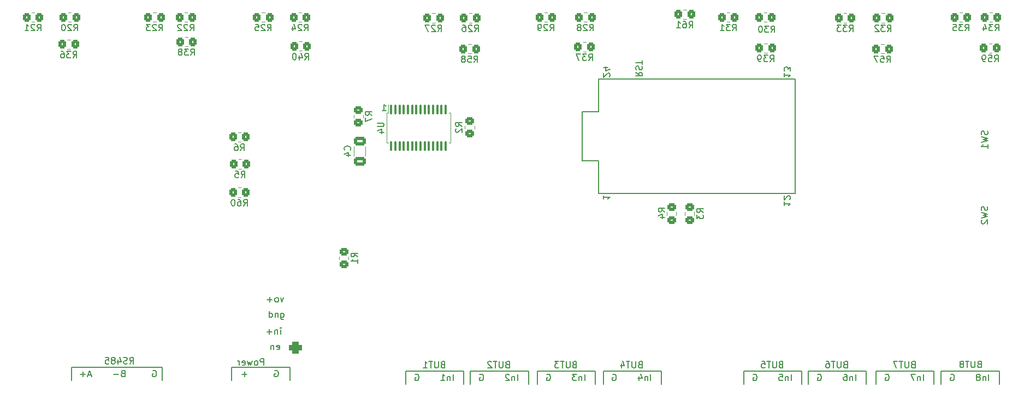
<source format=gbr>
%TF.GenerationSoftware,KiCad,Pcbnew,(6.0.1)*%
%TF.CreationDate,2022-08-22T12:04:23+03:00*%
%TF.ProjectId,lh-dimmer,6c682d64-696d-46d6-9572-2e6b69636164,rev?*%
%TF.SameCoordinates,Original*%
%TF.FileFunction,Legend,Bot*%
%TF.FilePolarity,Positive*%
%FSLAX46Y46*%
G04 Gerber Fmt 4.6, Leading zero omitted, Abs format (unit mm)*
G04 Created by KiCad (PCBNEW (6.0.1)) date 2022-08-22 12:04:23*
%MOMM*%
%LPD*%
G01*
G04 APERTURE LIST*
G04 Aperture macros list*
%AMRoundRect*
0 Rectangle with rounded corners*
0 $1 Rounding radius*
0 $2 $3 $4 $5 $6 $7 $8 $9 X,Y pos of 4 corners*
0 Add a 4 corners polygon primitive as box body*
4,1,4,$2,$3,$4,$5,$6,$7,$8,$9,$2,$3,0*
0 Add four circle primitives for the rounded corners*
1,1,$1+$1,$2,$3*
1,1,$1+$1,$4,$5*
1,1,$1+$1,$6,$7*
1,1,$1+$1,$8,$9*
0 Add four rect primitives between the rounded corners*
20,1,$1+$1,$2,$3,$4,$5,0*
20,1,$1+$1,$4,$5,$6,$7,0*
20,1,$1+$1,$6,$7,$8,$9,0*
20,1,$1+$1,$8,$9,$2,$3,0*%
%AMFreePoly0*
4,1,37,0.217060,1.231010,0.427525,1.174616,0.625000,1.082532,0.803485,0.957556,0.957556,0.803485,1.082532,0.625000,1.174616,0.427525,1.231010,0.217060,1.250000,0.000000,1.231010,-0.217060,1.174616,-0.427525,1.082532,-0.625000,0.957556,-0.803485,0.803485,-0.957556,0.625000,-1.082532,0.427525,-1.174616,0.217060,-1.231010,0.000000,-1.250000,-0.217060,-1.231010,-0.427525,-1.174616,
-0.625000,-1.082532,-0.803485,-0.957556,-0.957556,-0.803485,-1.082532,-0.625000,-1.174616,-0.427525,-1.231010,-0.217060,-1.250000,0.000000,-1.231010,0.217060,-1.174616,0.427525,-1.082532,0.625000,-0.957556,0.803485,-0.803485,0.957556,-0.625000,1.082532,-0.427525,1.174616,-0.217060,1.231010,0.000000,1.250000,0.217060,1.231010,0.217060,1.231010,$1*%
G04 Aperture macros list end*
%ADD10C,0.150000*%
%ADD11C,0.200000*%
%ADD12C,0.120000*%
%ADD13R,1.800000X1.800000*%
%ADD14C,1.800000*%
%ADD15R,1.600000X1.600000*%
%ADD16C,1.600000*%
%ADD17C,8.400000*%
%ADD18RoundRect,0.249999X0.790001X1.550001X-0.790001X1.550001X-0.790001X-1.550001X0.790001X-1.550001X0*%
%ADD19O,2.080000X3.600000*%
%ADD20RoundRect,0.249999X-0.790001X-1.550001X0.790001X-1.550001X0.790001X1.550001X-0.790001X1.550001X0*%
%ADD21C,3.500000*%
%ADD22C,1.200000*%
%ADD23R,1.905000X2.000000*%
%ADD24O,1.905000X2.000000*%
%ADD25R,2.250000X1.750000*%
%ADD26O,2.250000X1.750000*%
%ADD27R,1.500000X1.050000*%
%ADD28O,1.500000X1.050000*%
%ADD29C,2.000000*%
%ADD30RoundRect,0.450000X0.550000X-0.450000X0.550000X0.450000X-0.550000X0.450000X-0.550000X-0.450000X0*%
%ADD31O,2.000000X1.800000*%
%ADD32C,1.524000*%
%ADD33FreePoly0,90.000000*%
%ADD34RoundRect,0.250000X-0.350000X-0.450000X0.350000X-0.450000X0.350000X0.450000X-0.350000X0.450000X0*%
%ADD35RoundRect,0.250000X-0.450000X0.350000X-0.450000X-0.350000X0.450000X-0.350000X0.450000X0.350000X0*%
%ADD36RoundRect,0.250000X0.450000X-0.350000X0.450000X0.350000X-0.450000X0.350000X-0.450000X-0.350000X0*%
%ADD37RoundRect,0.100000X-0.100000X0.637500X-0.100000X-0.637500X0.100000X-0.637500X0.100000X0.637500X0*%
%ADD38RoundRect,0.250000X-0.650000X0.412500X-0.650000X-0.412500X0.650000X-0.412500X0.650000X0.412500X0*%
G04 APERTURE END LIST*
D10*
X190100000Y-121090000D02*
X190100000Y-119090000D01*
X146600000Y-119090000D02*
X146600000Y-121090000D01*
X190100000Y-119090000D02*
X199100000Y-119090000D01*
X169600000Y-119090000D02*
X178600000Y-119090000D01*
X136200000Y-119090000D02*
X136200000Y-121090000D01*
X156800000Y-119090000D02*
X156800000Y-121090000D01*
X188600000Y-119090000D02*
X188600000Y-121090000D01*
X179600000Y-119090000D02*
X188600000Y-119090000D01*
X169600000Y-121090000D02*
X169600000Y-119090000D01*
X199100000Y-119090000D02*
X199100000Y-121090000D01*
X127200000Y-121090000D02*
X127200000Y-119090000D01*
X178600000Y-119090000D02*
X178600000Y-121090000D01*
X126200000Y-119090000D02*
X126200000Y-121090000D01*
X209200000Y-119090000D02*
X209200000Y-121090000D01*
X90200000Y-118490000D02*
X99200000Y-118490000D01*
X200200000Y-119090000D02*
X209200000Y-119090000D01*
X179600000Y-121090000D02*
X179600000Y-119090000D01*
X90200000Y-120490000D02*
X90200000Y-118490000D01*
X147800000Y-121090000D02*
X147800000Y-119090000D01*
X117200000Y-121090000D02*
X117200000Y-119090000D01*
X117200000Y-119090000D02*
X126200000Y-119090000D01*
X79400000Y-118490000D02*
X79400000Y-120490000D01*
X137600000Y-121090000D02*
X137600000Y-119090000D01*
X127200000Y-119090000D02*
X136200000Y-119090000D01*
X65400000Y-118490000D02*
X79400000Y-118490000D01*
X147800000Y-119090000D02*
X156800000Y-119090000D01*
X200200000Y-121090000D02*
X200200000Y-119090000D01*
X65400000Y-120490000D02*
X65400000Y-118490000D01*
X99200000Y-118490000D02*
X99200000Y-120490000D01*
X137600000Y-119090000D02*
X146600000Y-119090000D01*
X153509523Y-118018571D02*
X153366666Y-118066190D01*
X153319047Y-118113809D01*
X153271428Y-118209047D01*
X153271428Y-118351904D01*
X153319047Y-118447142D01*
X153366666Y-118494761D01*
X153461904Y-118542380D01*
X153842857Y-118542380D01*
X153842857Y-117542380D01*
X153509523Y-117542380D01*
X153414285Y-117590000D01*
X153366666Y-117637619D01*
X153319047Y-117732857D01*
X153319047Y-117828095D01*
X153366666Y-117923333D01*
X153414285Y-117970952D01*
X153509523Y-118018571D01*
X153842857Y-118018571D01*
X152842857Y-117542380D02*
X152842857Y-118351904D01*
X152795238Y-118447142D01*
X152747619Y-118494761D01*
X152652380Y-118542380D01*
X152461904Y-118542380D01*
X152366666Y-118494761D01*
X152319047Y-118447142D01*
X152271428Y-118351904D01*
X152271428Y-117542380D01*
X151938095Y-117542380D02*
X151366666Y-117542380D01*
X151652380Y-118542380D02*
X151652380Y-117542380D01*
X150604761Y-117875714D02*
X150604761Y-118542380D01*
X150842857Y-117494761D02*
X151080952Y-118209047D01*
X150461904Y-118209047D01*
X207552380Y-120542380D02*
X207552380Y-119542380D01*
X207076190Y-119875714D02*
X207076190Y-120542380D01*
X207076190Y-119970952D02*
X207028571Y-119923333D01*
X206933333Y-119875714D01*
X206790476Y-119875714D01*
X206695238Y-119923333D01*
X206647619Y-120018571D01*
X206647619Y-120542380D01*
X206028571Y-119970952D02*
X206123809Y-119923333D01*
X206171428Y-119875714D01*
X206219047Y-119780476D01*
X206219047Y-119732857D01*
X206171428Y-119637619D01*
X206123809Y-119590000D01*
X206028571Y-119542380D01*
X205838095Y-119542380D01*
X205742857Y-119590000D01*
X205695238Y-119637619D01*
X205647619Y-119732857D01*
X205647619Y-119780476D01*
X205695238Y-119875714D01*
X205742857Y-119923333D01*
X205838095Y-119970952D01*
X206028571Y-119970952D01*
X206123809Y-120018571D01*
X206171428Y-120066190D01*
X206219047Y-120161428D01*
X206219047Y-120351904D01*
X206171428Y-120447142D01*
X206123809Y-120494761D01*
X206028571Y-120542380D01*
X205838095Y-120542380D01*
X205742857Y-120494761D01*
X205695238Y-120447142D01*
X205647619Y-120351904D01*
X205647619Y-120161428D01*
X205695238Y-120066190D01*
X205742857Y-120018571D01*
X205838095Y-119970952D01*
X201647619Y-119590000D02*
X201742857Y-119542380D01*
X201885714Y-119542380D01*
X202028571Y-119590000D01*
X202123809Y-119685238D01*
X202171428Y-119780476D01*
X202219047Y-119970952D01*
X202219047Y-120113809D01*
X202171428Y-120304285D01*
X202123809Y-120399523D01*
X202028571Y-120494761D01*
X201885714Y-120542380D01*
X201790476Y-120542380D01*
X201647619Y-120494761D01*
X201600000Y-120447142D01*
X201600000Y-120113809D01*
X201790476Y-120113809D01*
X197452380Y-120542380D02*
X197452380Y-119542380D01*
X196976190Y-119875714D02*
X196976190Y-120542380D01*
X196976190Y-119970952D02*
X196928571Y-119923333D01*
X196833333Y-119875714D01*
X196690476Y-119875714D01*
X196595238Y-119923333D01*
X196547619Y-120018571D01*
X196547619Y-120542380D01*
X196166666Y-119542380D02*
X195500000Y-119542380D01*
X195928571Y-120542380D01*
X191547619Y-119590000D02*
X191642857Y-119542380D01*
X191785714Y-119542380D01*
X191928571Y-119590000D01*
X192023809Y-119685238D01*
X192071428Y-119780476D01*
X192119047Y-119970952D01*
X192119047Y-120113809D01*
X192071428Y-120304285D01*
X192023809Y-120399523D01*
X191928571Y-120494761D01*
X191785714Y-120542380D01*
X191690476Y-120542380D01*
X191547619Y-120494761D01*
X191500000Y-120447142D01*
X191500000Y-120113809D01*
X191690476Y-120113809D01*
X97822334Y-110054600D02*
X97822334Y-110864124D01*
X97869953Y-110959362D01*
X97917572Y-111006981D01*
X98012810Y-111054600D01*
X98155667Y-111054600D01*
X98250905Y-111006981D01*
X97822334Y-110673647D02*
X97917572Y-110721266D01*
X98108048Y-110721266D01*
X98203286Y-110673647D01*
X98250905Y-110626028D01*
X98298524Y-110530790D01*
X98298524Y-110245076D01*
X98250905Y-110149838D01*
X98203286Y-110102219D01*
X98108048Y-110054600D01*
X97917572Y-110054600D01*
X97822334Y-110102219D01*
X97346143Y-110054600D02*
X97346143Y-110721266D01*
X97346143Y-110149838D02*
X97298524Y-110102219D01*
X97203286Y-110054600D01*
X97060429Y-110054600D01*
X96965191Y-110102219D01*
X96917572Y-110197457D01*
X96917572Y-110721266D01*
X96012810Y-110721266D02*
X96012810Y-109721266D01*
X96012810Y-110673647D02*
X96108048Y-110721266D01*
X96298524Y-110721266D01*
X96393762Y-110673647D01*
X96441381Y-110626028D01*
X96489000Y-110530790D01*
X96489000Y-110245076D01*
X96441381Y-110149838D01*
X96393762Y-110102219D01*
X96298524Y-110054600D01*
X96108048Y-110054600D01*
X96012810Y-110102219D01*
X122909523Y-118018571D02*
X122766666Y-118066190D01*
X122719047Y-118113809D01*
X122671428Y-118209047D01*
X122671428Y-118351904D01*
X122719047Y-118447142D01*
X122766666Y-118494761D01*
X122861904Y-118542380D01*
X123242857Y-118542380D01*
X123242857Y-117542380D01*
X122909523Y-117542380D01*
X122814285Y-117590000D01*
X122766666Y-117637619D01*
X122719047Y-117732857D01*
X122719047Y-117828095D01*
X122766666Y-117923333D01*
X122814285Y-117970952D01*
X122909523Y-118018571D01*
X123242857Y-118018571D01*
X122242857Y-117542380D02*
X122242857Y-118351904D01*
X122195238Y-118447142D01*
X122147619Y-118494761D01*
X122052380Y-118542380D01*
X121861904Y-118542380D01*
X121766666Y-118494761D01*
X121719047Y-118447142D01*
X121671428Y-118351904D01*
X121671428Y-117542380D01*
X121338095Y-117542380D02*
X120766666Y-117542380D01*
X121052380Y-118542380D02*
X121052380Y-117542380D01*
X119909523Y-118542380D02*
X120480952Y-118542380D01*
X120195238Y-118542380D02*
X120195238Y-117542380D01*
X120290476Y-117685238D01*
X120385714Y-117780476D01*
X120480952Y-117828095D01*
X96861904Y-118990000D02*
X96957142Y-118942380D01*
X97100000Y-118942380D01*
X97242857Y-118990000D01*
X97338095Y-119085238D01*
X97385714Y-119180476D01*
X97433333Y-119370952D01*
X97433333Y-119513809D01*
X97385714Y-119704285D01*
X97338095Y-119799523D01*
X97242857Y-119894761D01*
X97100000Y-119942380D01*
X97004761Y-119942380D01*
X96861904Y-119894761D01*
X96814285Y-119847142D01*
X96814285Y-119513809D01*
X97004761Y-119513809D01*
X92576190Y-119561428D02*
X91814285Y-119561428D01*
X92195238Y-119942380D02*
X92195238Y-119180476D01*
X74395238Y-117942380D02*
X74728571Y-117466190D01*
X74966666Y-117942380D02*
X74966666Y-116942380D01*
X74585714Y-116942380D01*
X74490476Y-116990000D01*
X74442857Y-117037619D01*
X74395238Y-117132857D01*
X74395238Y-117275714D01*
X74442857Y-117370952D01*
X74490476Y-117418571D01*
X74585714Y-117466190D01*
X74966666Y-117466190D01*
X74014285Y-117894761D02*
X73871428Y-117942380D01*
X73633333Y-117942380D01*
X73538095Y-117894761D01*
X73490476Y-117847142D01*
X73442857Y-117751904D01*
X73442857Y-117656666D01*
X73490476Y-117561428D01*
X73538095Y-117513809D01*
X73633333Y-117466190D01*
X73823809Y-117418571D01*
X73919047Y-117370952D01*
X73966666Y-117323333D01*
X74014285Y-117228095D01*
X74014285Y-117132857D01*
X73966666Y-117037619D01*
X73919047Y-116990000D01*
X73823809Y-116942380D01*
X73585714Y-116942380D01*
X73442857Y-116990000D01*
X72585714Y-117275714D02*
X72585714Y-117942380D01*
X72823809Y-116894761D02*
X73061904Y-117609047D01*
X72442857Y-117609047D01*
X71919047Y-117370952D02*
X72014285Y-117323333D01*
X72061904Y-117275714D01*
X72109523Y-117180476D01*
X72109523Y-117132857D01*
X72061904Y-117037619D01*
X72014285Y-116990000D01*
X71919047Y-116942380D01*
X71728571Y-116942380D01*
X71633333Y-116990000D01*
X71585714Y-117037619D01*
X71538095Y-117132857D01*
X71538095Y-117180476D01*
X71585714Y-117275714D01*
X71633333Y-117323333D01*
X71728571Y-117370952D01*
X71919047Y-117370952D01*
X72014285Y-117418571D01*
X72061904Y-117466190D01*
X72109523Y-117561428D01*
X72109523Y-117751904D01*
X72061904Y-117847142D01*
X72014285Y-117894761D01*
X71919047Y-117942380D01*
X71728571Y-117942380D01*
X71633333Y-117894761D01*
X71585714Y-117847142D01*
X71538095Y-117751904D01*
X71538095Y-117561428D01*
X71585714Y-117466190D01*
X71633333Y-117418571D01*
X71728571Y-117370952D01*
X70633333Y-116942380D02*
X71109523Y-116942380D01*
X71157142Y-117418571D01*
X71109523Y-117370952D01*
X71014285Y-117323333D01*
X70776190Y-117323333D01*
X70680952Y-117370952D01*
X70633333Y-117418571D01*
X70585714Y-117513809D01*
X70585714Y-117751904D01*
X70633333Y-117847142D01*
X70680952Y-117894761D01*
X70776190Y-117942380D01*
X71014285Y-117942380D01*
X71109523Y-117894761D01*
X71157142Y-117847142D01*
X195809523Y-118018571D02*
X195666666Y-118066190D01*
X195619047Y-118113809D01*
X195571428Y-118209047D01*
X195571428Y-118351904D01*
X195619047Y-118447142D01*
X195666666Y-118494761D01*
X195761904Y-118542380D01*
X196142857Y-118542380D01*
X196142857Y-117542380D01*
X195809523Y-117542380D01*
X195714285Y-117590000D01*
X195666666Y-117637619D01*
X195619047Y-117732857D01*
X195619047Y-117828095D01*
X195666666Y-117923333D01*
X195714285Y-117970952D01*
X195809523Y-118018571D01*
X196142857Y-118018571D01*
X195142857Y-117542380D02*
X195142857Y-118351904D01*
X195095238Y-118447142D01*
X195047619Y-118494761D01*
X194952380Y-118542380D01*
X194761904Y-118542380D01*
X194666666Y-118494761D01*
X194619047Y-118447142D01*
X194571428Y-118351904D01*
X194571428Y-117542380D01*
X194238095Y-117542380D02*
X193666666Y-117542380D01*
X193952380Y-118542380D02*
X193952380Y-117542380D01*
X193428571Y-117542380D02*
X192761904Y-117542380D01*
X193190476Y-118542380D01*
X134552380Y-120542380D02*
X134552380Y-119542380D01*
X134076190Y-119875714D02*
X134076190Y-120542380D01*
X134076190Y-119970952D02*
X134028571Y-119923333D01*
X133933333Y-119875714D01*
X133790476Y-119875714D01*
X133695238Y-119923333D01*
X133647619Y-120018571D01*
X133647619Y-120542380D01*
X133219047Y-119637619D02*
X133171428Y-119590000D01*
X133076190Y-119542380D01*
X132838095Y-119542380D01*
X132742857Y-119590000D01*
X132695238Y-119637619D01*
X132647619Y-119732857D01*
X132647619Y-119828095D01*
X132695238Y-119970952D01*
X133266666Y-120542380D01*
X132647619Y-120542380D01*
X128647619Y-119590000D02*
X128742857Y-119542380D01*
X128885714Y-119542380D01*
X129028571Y-119590000D01*
X129123809Y-119685238D01*
X129171428Y-119780476D01*
X129219047Y-119970952D01*
X129219047Y-120113809D01*
X129171428Y-120304285D01*
X129123809Y-120399523D01*
X129028571Y-120494761D01*
X128885714Y-120542380D01*
X128790476Y-120542380D01*
X128647619Y-120494761D01*
X128600000Y-120447142D01*
X128600000Y-120113809D01*
X128790476Y-120113809D01*
X143309523Y-118018571D02*
X143166666Y-118066190D01*
X143119047Y-118113809D01*
X143071428Y-118209047D01*
X143071428Y-118351904D01*
X143119047Y-118447142D01*
X143166666Y-118494761D01*
X143261904Y-118542380D01*
X143642857Y-118542380D01*
X143642857Y-117542380D01*
X143309523Y-117542380D01*
X143214285Y-117590000D01*
X143166666Y-117637619D01*
X143119047Y-117732857D01*
X143119047Y-117828095D01*
X143166666Y-117923333D01*
X143214285Y-117970952D01*
X143309523Y-118018571D01*
X143642857Y-118018571D01*
X142642857Y-117542380D02*
X142642857Y-118351904D01*
X142595238Y-118447142D01*
X142547619Y-118494761D01*
X142452380Y-118542380D01*
X142261904Y-118542380D01*
X142166666Y-118494761D01*
X142119047Y-118447142D01*
X142071428Y-118351904D01*
X142071428Y-117542380D01*
X141738095Y-117542380D02*
X141166666Y-117542380D01*
X141452380Y-118542380D02*
X141452380Y-117542380D01*
X140928571Y-117542380D02*
X140309523Y-117542380D01*
X140642857Y-117923333D01*
X140500000Y-117923333D01*
X140404761Y-117970952D01*
X140357142Y-118018571D01*
X140309523Y-118113809D01*
X140309523Y-118351904D01*
X140357142Y-118447142D01*
X140404761Y-118494761D01*
X140500000Y-118542380D01*
X140785714Y-118542380D01*
X140880952Y-118494761D01*
X140928571Y-118447142D01*
X124552380Y-120542380D02*
X124552380Y-119542380D01*
X124076190Y-119875714D02*
X124076190Y-120542380D01*
X124076190Y-119970952D02*
X124028571Y-119923333D01*
X123933333Y-119875714D01*
X123790476Y-119875714D01*
X123695238Y-119923333D01*
X123647619Y-120018571D01*
X123647619Y-120542380D01*
X122647619Y-120542380D02*
X123219047Y-120542380D01*
X122933333Y-120542380D02*
X122933333Y-119542380D01*
X123028571Y-119685238D01*
X123123809Y-119780476D01*
X123219047Y-119828095D01*
X118647619Y-119590000D02*
X118742857Y-119542380D01*
X118885714Y-119542380D01*
X119028571Y-119590000D01*
X119123809Y-119685238D01*
X119171428Y-119780476D01*
X119219047Y-119970952D01*
X119219047Y-120113809D01*
X119171428Y-120304285D01*
X119123809Y-120399523D01*
X119028571Y-120494761D01*
X118885714Y-120542380D01*
X118790476Y-120542380D01*
X118647619Y-120494761D01*
X118600000Y-120447142D01*
X118600000Y-120113809D01*
X118790476Y-120113809D01*
X132909523Y-118018571D02*
X132766666Y-118066190D01*
X132719047Y-118113809D01*
X132671428Y-118209047D01*
X132671428Y-118351904D01*
X132719047Y-118447142D01*
X132766666Y-118494761D01*
X132861904Y-118542380D01*
X133242857Y-118542380D01*
X133242857Y-117542380D01*
X132909523Y-117542380D01*
X132814285Y-117590000D01*
X132766666Y-117637619D01*
X132719047Y-117732857D01*
X132719047Y-117828095D01*
X132766666Y-117923333D01*
X132814285Y-117970952D01*
X132909523Y-118018571D01*
X133242857Y-118018571D01*
X132242857Y-117542380D02*
X132242857Y-118351904D01*
X132195238Y-118447142D01*
X132147619Y-118494761D01*
X132052380Y-118542380D01*
X131861904Y-118542380D01*
X131766666Y-118494761D01*
X131719047Y-118447142D01*
X131671428Y-118351904D01*
X131671428Y-117542380D01*
X131338095Y-117542380D02*
X130766666Y-117542380D01*
X131052380Y-118542380D02*
X131052380Y-117542380D01*
X130480952Y-117637619D02*
X130433333Y-117590000D01*
X130338095Y-117542380D01*
X130100000Y-117542380D01*
X130004761Y-117590000D01*
X129957142Y-117637619D01*
X129909523Y-117732857D01*
X129909523Y-117828095D01*
X129957142Y-117970952D01*
X130528571Y-118542380D01*
X129909523Y-118542380D01*
X95176190Y-118142380D02*
X95176190Y-117142380D01*
X94795238Y-117142380D01*
X94700000Y-117190000D01*
X94652380Y-117237619D01*
X94604761Y-117332857D01*
X94604761Y-117475714D01*
X94652380Y-117570952D01*
X94700000Y-117618571D01*
X94795238Y-117666190D01*
X95176190Y-117666190D01*
X94033333Y-118142380D02*
X94128571Y-118094761D01*
X94176190Y-118047142D01*
X94223809Y-117951904D01*
X94223809Y-117666190D01*
X94176190Y-117570952D01*
X94128571Y-117523333D01*
X94033333Y-117475714D01*
X93890476Y-117475714D01*
X93795238Y-117523333D01*
X93747619Y-117570952D01*
X93700000Y-117666190D01*
X93700000Y-117951904D01*
X93747619Y-118047142D01*
X93795238Y-118094761D01*
X93890476Y-118142380D01*
X94033333Y-118142380D01*
X93366666Y-117475714D02*
X93176190Y-118142380D01*
X92985714Y-117666190D01*
X92795238Y-118142380D01*
X92604761Y-117475714D01*
X91842857Y-118094761D02*
X91938095Y-118142380D01*
X92128571Y-118142380D01*
X92223809Y-118094761D01*
X92271428Y-117999523D01*
X92271428Y-117618571D01*
X92223809Y-117523333D01*
X92128571Y-117475714D01*
X91938095Y-117475714D01*
X91842857Y-117523333D01*
X91795238Y-117618571D01*
X91795238Y-117713809D01*
X92271428Y-117809047D01*
X91366666Y-118142380D02*
X91366666Y-117475714D01*
X91366666Y-117666190D02*
X91319047Y-117570952D01*
X91271428Y-117523333D01*
X91176190Y-117475714D01*
X91080952Y-117475714D01*
D11*
X77952380Y-118990000D02*
X78047619Y-118942380D01*
X78190476Y-118942380D01*
X78333333Y-118990000D01*
X78428571Y-119085238D01*
X78476190Y-119180476D01*
X78523809Y-119370952D01*
X78523809Y-119513809D01*
X78476190Y-119704285D01*
X78428571Y-119799523D01*
X78333333Y-119894761D01*
X78190476Y-119942380D01*
X78095238Y-119942380D01*
X77952380Y-119894761D01*
X77904761Y-119847142D01*
X77904761Y-119513809D01*
X78095238Y-119513809D01*
X73333333Y-119418571D02*
X73190476Y-119466190D01*
X73142857Y-119513809D01*
X73095238Y-119609047D01*
X73095238Y-119751904D01*
X73142857Y-119847142D01*
X73190476Y-119894761D01*
X73285714Y-119942380D01*
X73666666Y-119942380D01*
X73666666Y-118942380D01*
X73333333Y-118942380D01*
X73238095Y-118990000D01*
X73190476Y-119037619D01*
X73142857Y-119132857D01*
X73142857Y-119228095D01*
X73190476Y-119323333D01*
X73238095Y-119370952D01*
X73333333Y-119418571D01*
X73666666Y-119418571D01*
X72666666Y-119561428D02*
X71904761Y-119561428D01*
X68428571Y-119656666D02*
X67952380Y-119656666D01*
X68523809Y-119942380D02*
X68190476Y-118942380D01*
X67857142Y-119942380D01*
X67523809Y-119561428D02*
X66761904Y-119561428D01*
X67142857Y-119942380D02*
X67142857Y-119180476D01*
D10*
X97193762Y-115673647D02*
X97289000Y-115721266D01*
X97479477Y-115721266D01*
X97574715Y-115673647D01*
X97622334Y-115578409D01*
X97622334Y-115197457D01*
X97574715Y-115102219D01*
X97479477Y-115054600D01*
X97289000Y-115054600D01*
X97193762Y-115102219D01*
X97146143Y-115197457D01*
X97146143Y-115292695D01*
X97622334Y-115387933D01*
X96717572Y-115054600D02*
X96717572Y-115721266D01*
X96717572Y-115149838D02*
X96669953Y-115102219D01*
X96574715Y-115054600D01*
X96431858Y-115054600D01*
X96336619Y-115102219D01*
X96289000Y-115197457D01*
X96289000Y-115721266D01*
X97803286Y-113321266D02*
X97803286Y-112654600D01*
X97803286Y-112321266D02*
X97850905Y-112368886D01*
X97803286Y-112416505D01*
X97755667Y-112368886D01*
X97803286Y-112321266D01*
X97803286Y-112416505D01*
X97327096Y-112654600D02*
X97327096Y-113321266D01*
X97327096Y-112749838D02*
X97279477Y-112702219D01*
X97184238Y-112654600D01*
X97041381Y-112654600D01*
X96946143Y-112702219D01*
X96898524Y-112797457D01*
X96898524Y-113321266D01*
X96422334Y-112940314D02*
X95660429Y-112940314D01*
X96041381Y-113321266D02*
X96041381Y-112559362D01*
X155152380Y-120542380D02*
X155152380Y-119542380D01*
X154676190Y-119875714D02*
X154676190Y-120542380D01*
X154676190Y-119970952D02*
X154628571Y-119923333D01*
X154533333Y-119875714D01*
X154390476Y-119875714D01*
X154295238Y-119923333D01*
X154247619Y-120018571D01*
X154247619Y-120542380D01*
X153342857Y-119875714D02*
X153342857Y-120542380D01*
X153580952Y-119494761D02*
X153819047Y-120209047D01*
X153200000Y-120209047D01*
X149247619Y-119590000D02*
X149342857Y-119542380D01*
X149485714Y-119542380D01*
X149628571Y-119590000D01*
X149723809Y-119685238D01*
X149771428Y-119780476D01*
X149819047Y-119970952D01*
X149819047Y-120113809D01*
X149771428Y-120304285D01*
X149723809Y-120399523D01*
X149628571Y-120494761D01*
X149485714Y-120542380D01*
X149390476Y-120542380D01*
X149247619Y-120494761D01*
X149200000Y-120447142D01*
X149200000Y-120113809D01*
X149390476Y-120113809D01*
X176952380Y-120542380D02*
X176952380Y-119542380D01*
X176476190Y-119875714D02*
X176476190Y-120542380D01*
X176476190Y-119970952D02*
X176428571Y-119923333D01*
X176333333Y-119875714D01*
X176190476Y-119875714D01*
X176095238Y-119923333D01*
X176047619Y-120018571D01*
X176047619Y-120542380D01*
X175095238Y-119542380D02*
X175571428Y-119542380D01*
X175619047Y-120018571D01*
X175571428Y-119970952D01*
X175476190Y-119923333D01*
X175238095Y-119923333D01*
X175142857Y-119970952D01*
X175095238Y-120018571D01*
X175047619Y-120113809D01*
X175047619Y-120351904D01*
X175095238Y-120447142D01*
X175142857Y-120494761D01*
X175238095Y-120542380D01*
X175476190Y-120542380D01*
X175571428Y-120494761D01*
X175619047Y-120447142D01*
X171047619Y-119590000D02*
X171142857Y-119542380D01*
X171285714Y-119542380D01*
X171428571Y-119590000D01*
X171523809Y-119685238D01*
X171571428Y-119780476D01*
X171619047Y-119970952D01*
X171619047Y-120113809D01*
X171571428Y-120304285D01*
X171523809Y-120399523D01*
X171428571Y-120494761D01*
X171285714Y-120542380D01*
X171190476Y-120542380D01*
X171047619Y-120494761D01*
X171000000Y-120447142D01*
X171000000Y-120113809D01*
X171190476Y-120113809D01*
X98241381Y-107654600D02*
X98003286Y-108321266D01*
X97765191Y-107654600D01*
X97241381Y-108321266D02*
X97336619Y-108273647D01*
X97384238Y-108226028D01*
X97431858Y-108130790D01*
X97431858Y-107845076D01*
X97384238Y-107749838D01*
X97336619Y-107702219D01*
X97241381Y-107654600D01*
X97098524Y-107654600D01*
X97003286Y-107702219D01*
X96955667Y-107749838D01*
X96908048Y-107845076D01*
X96908048Y-108130790D01*
X96955667Y-108226028D01*
X97003286Y-108273647D01*
X97098524Y-108321266D01*
X97241381Y-108321266D01*
X96479477Y-107940314D02*
X95717572Y-107940314D01*
X96098524Y-108321266D02*
X96098524Y-107559362D01*
X186952380Y-120542380D02*
X186952380Y-119542380D01*
X186476190Y-119875714D02*
X186476190Y-120542380D01*
X186476190Y-119970952D02*
X186428571Y-119923333D01*
X186333333Y-119875714D01*
X186190476Y-119875714D01*
X186095238Y-119923333D01*
X186047619Y-120018571D01*
X186047619Y-120542380D01*
X185142857Y-119542380D02*
X185333333Y-119542380D01*
X185428571Y-119590000D01*
X185476190Y-119637619D01*
X185571428Y-119780476D01*
X185619047Y-119970952D01*
X185619047Y-120351904D01*
X185571428Y-120447142D01*
X185523809Y-120494761D01*
X185428571Y-120542380D01*
X185238095Y-120542380D01*
X185142857Y-120494761D01*
X185095238Y-120447142D01*
X185047619Y-120351904D01*
X185047619Y-120113809D01*
X185095238Y-120018571D01*
X185142857Y-119970952D01*
X185238095Y-119923333D01*
X185428571Y-119923333D01*
X185523809Y-119970952D01*
X185571428Y-120018571D01*
X185619047Y-120113809D01*
X181047619Y-119590000D02*
X181142857Y-119542380D01*
X181285714Y-119542380D01*
X181428571Y-119590000D01*
X181523809Y-119685238D01*
X181571428Y-119780476D01*
X181619047Y-119970952D01*
X181619047Y-120113809D01*
X181571428Y-120304285D01*
X181523809Y-120399523D01*
X181428571Y-120494761D01*
X181285714Y-120542380D01*
X181190476Y-120542380D01*
X181047619Y-120494761D01*
X181000000Y-120447142D01*
X181000000Y-120113809D01*
X181190476Y-120113809D01*
X185309523Y-118018571D02*
X185166666Y-118066190D01*
X185119047Y-118113809D01*
X185071428Y-118209047D01*
X185071428Y-118351904D01*
X185119047Y-118447142D01*
X185166666Y-118494761D01*
X185261904Y-118542380D01*
X185642857Y-118542380D01*
X185642857Y-117542380D01*
X185309523Y-117542380D01*
X185214285Y-117590000D01*
X185166666Y-117637619D01*
X185119047Y-117732857D01*
X185119047Y-117828095D01*
X185166666Y-117923333D01*
X185214285Y-117970952D01*
X185309523Y-118018571D01*
X185642857Y-118018571D01*
X184642857Y-117542380D02*
X184642857Y-118351904D01*
X184595238Y-118447142D01*
X184547619Y-118494761D01*
X184452380Y-118542380D01*
X184261904Y-118542380D01*
X184166666Y-118494761D01*
X184119047Y-118447142D01*
X184071428Y-118351904D01*
X184071428Y-117542380D01*
X183738095Y-117542380D02*
X183166666Y-117542380D01*
X183452380Y-118542380D02*
X183452380Y-117542380D01*
X182404761Y-117542380D02*
X182595238Y-117542380D01*
X182690476Y-117590000D01*
X182738095Y-117637619D01*
X182833333Y-117780476D01*
X182880952Y-117970952D01*
X182880952Y-118351904D01*
X182833333Y-118447142D01*
X182785714Y-118494761D01*
X182690476Y-118542380D01*
X182500000Y-118542380D01*
X182404761Y-118494761D01*
X182357142Y-118447142D01*
X182309523Y-118351904D01*
X182309523Y-118113809D01*
X182357142Y-118018571D01*
X182404761Y-117970952D01*
X182500000Y-117923333D01*
X182690476Y-117923333D01*
X182785714Y-117970952D01*
X182833333Y-118018571D01*
X182880952Y-118113809D01*
X113539285Y-78627380D02*
X114110714Y-78627380D01*
X113825000Y-78627380D02*
X113825000Y-77627380D01*
X113920238Y-77770238D01*
X114015476Y-77865476D01*
X114110714Y-77913095D01*
X175309523Y-118018571D02*
X175166666Y-118066190D01*
X175119047Y-118113809D01*
X175071428Y-118209047D01*
X175071428Y-118351904D01*
X175119047Y-118447142D01*
X175166666Y-118494761D01*
X175261904Y-118542380D01*
X175642857Y-118542380D01*
X175642857Y-117542380D01*
X175309523Y-117542380D01*
X175214285Y-117590000D01*
X175166666Y-117637619D01*
X175119047Y-117732857D01*
X175119047Y-117828095D01*
X175166666Y-117923333D01*
X175214285Y-117970952D01*
X175309523Y-118018571D01*
X175642857Y-118018571D01*
X174642857Y-117542380D02*
X174642857Y-118351904D01*
X174595238Y-118447142D01*
X174547619Y-118494761D01*
X174452380Y-118542380D01*
X174261904Y-118542380D01*
X174166666Y-118494761D01*
X174119047Y-118447142D01*
X174071428Y-118351904D01*
X174071428Y-117542380D01*
X173738095Y-117542380D02*
X173166666Y-117542380D01*
X173452380Y-118542380D02*
X173452380Y-117542380D01*
X172357142Y-117542380D02*
X172833333Y-117542380D01*
X172880952Y-118018571D01*
X172833333Y-117970952D01*
X172738095Y-117923333D01*
X172500000Y-117923333D01*
X172404761Y-117970952D01*
X172357142Y-118018571D01*
X172309523Y-118113809D01*
X172309523Y-118351904D01*
X172357142Y-118447142D01*
X172404761Y-118494761D01*
X172500000Y-118542380D01*
X172738095Y-118542380D01*
X172833333Y-118494761D01*
X172880952Y-118447142D01*
X144952380Y-120542380D02*
X144952380Y-119542380D01*
X144476190Y-119875714D02*
X144476190Y-120542380D01*
X144476190Y-119970952D02*
X144428571Y-119923333D01*
X144333333Y-119875714D01*
X144190476Y-119875714D01*
X144095238Y-119923333D01*
X144047619Y-120018571D01*
X144047619Y-120542380D01*
X143666666Y-119542380D02*
X143047619Y-119542380D01*
X143380952Y-119923333D01*
X143238095Y-119923333D01*
X143142857Y-119970952D01*
X143095238Y-120018571D01*
X143047619Y-120113809D01*
X143047619Y-120351904D01*
X143095238Y-120447142D01*
X143142857Y-120494761D01*
X143238095Y-120542380D01*
X143523809Y-120542380D01*
X143619047Y-120494761D01*
X143666666Y-120447142D01*
X139047619Y-119590000D02*
X139142857Y-119542380D01*
X139285714Y-119542380D01*
X139428571Y-119590000D01*
X139523809Y-119685238D01*
X139571428Y-119780476D01*
X139619047Y-119970952D01*
X139619047Y-120113809D01*
X139571428Y-120304285D01*
X139523809Y-120399523D01*
X139428571Y-120494761D01*
X139285714Y-120542380D01*
X139190476Y-120542380D01*
X139047619Y-120494761D01*
X139000000Y-120447142D01*
X139000000Y-120113809D01*
X139190476Y-120113809D01*
X206085976Y-117992341D02*
X205943119Y-118039960D01*
X205895500Y-118087579D01*
X205847881Y-118182817D01*
X205847881Y-118325674D01*
X205895500Y-118420912D01*
X205943119Y-118468531D01*
X206038357Y-118516150D01*
X206419310Y-118516150D01*
X206419310Y-117516150D01*
X206085976Y-117516150D01*
X205990738Y-117563770D01*
X205943119Y-117611389D01*
X205895500Y-117706627D01*
X205895500Y-117801865D01*
X205943119Y-117897103D01*
X205990738Y-117944722D01*
X206085976Y-117992341D01*
X206419310Y-117992341D01*
X205419310Y-117516150D02*
X205419310Y-118325674D01*
X205371691Y-118420912D01*
X205324072Y-118468531D01*
X205228833Y-118516150D01*
X205038357Y-118516150D01*
X204943119Y-118468531D01*
X204895500Y-118420912D01*
X204847881Y-118325674D01*
X204847881Y-117516150D01*
X204514548Y-117516150D02*
X203943119Y-117516150D01*
X204228833Y-118516150D02*
X204228833Y-117516150D01*
X203466929Y-117944722D02*
X203562167Y-117897103D01*
X203609786Y-117849484D01*
X203657405Y-117754246D01*
X203657405Y-117706627D01*
X203609786Y-117611389D01*
X203562167Y-117563770D01*
X203466929Y-117516150D01*
X203276453Y-117516150D01*
X203181214Y-117563770D01*
X203133595Y-117611389D01*
X203085976Y-117706627D01*
X203085976Y-117754246D01*
X203133595Y-117849484D01*
X203181214Y-117897103D01*
X203276453Y-117944722D01*
X203466929Y-117944722D01*
X203562167Y-117992341D01*
X203609786Y-118039960D01*
X203657405Y-118135198D01*
X203657405Y-118325674D01*
X203609786Y-118420912D01*
X203562167Y-118468531D01*
X203466929Y-118516150D01*
X203276453Y-118516150D01*
X203181214Y-118468531D01*
X203133595Y-118420912D01*
X203085976Y-118325674D01*
X203085976Y-118135198D01*
X203133595Y-118039960D01*
X203181214Y-117992341D01*
X203276453Y-117944722D01*
%TO.C,SW2*%
X207347940Y-93502218D02*
X207395559Y-93645075D01*
X207395559Y-93883171D01*
X207347940Y-93978409D01*
X207300321Y-94026028D01*
X207205083Y-94073647D01*
X207109845Y-94073647D01*
X207014607Y-94026028D01*
X206966988Y-93978409D01*
X206919369Y-93883171D01*
X206871750Y-93692694D01*
X206824131Y-93597456D01*
X206776512Y-93549837D01*
X206681274Y-93502218D01*
X206586036Y-93502218D01*
X206490798Y-93549837D01*
X206443179Y-93597456D01*
X206395559Y-93692694D01*
X206395559Y-93930790D01*
X206443179Y-94073647D01*
X206395559Y-94406980D02*
X207395559Y-94645075D01*
X206681274Y-94835552D01*
X207395559Y-95026028D01*
X206395559Y-95264123D01*
X206490798Y-95597456D02*
X206443179Y-95645075D01*
X206395559Y-95740313D01*
X206395559Y-95978409D01*
X206443179Y-96073647D01*
X206490798Y-96121266D01*
X206586036Y-96168885D01*
X206681274Y-96168885D01*
X206824131Y-96121266D01*
X207395559Y-95549837D01*
X207395559Y-96168885D01*
%TO.C,SW1*%
X207354761Y-81766666D02*
X207402380Y-81909523D01*
X207402380Y-82147619D01*
X207354761Y-82242857D01*
X207307142Y-82290476D01*
X207211904Y-82338095D01*
X207116666Y-82338095D01*
X207021428Y-82290476D01*
X206973809Y-82242857D01*
X206926190Y-82147619D01*
X206878571Y-81957142D01*
X206830952Y-81861904D01*
X206783333Y-81814285D01*
X206688095Y-81766666D01*
X206592857Y-81766666D01*
X206497619Y-81814285D01*
X206450000Y-81861904D01*
X206402380Y-81957142D01*
X206402380Y-82195238D01*
X206450000Y-82338095D01*
X206402380Y-82671428D02*
X207402380Y-82909523D01*
X206688095Y-83100000D01*
X207402380Y-83290476D01*
X206402380Y-83528571D01*
X207402380Y-84433333D02*
X207402380Y-83861904D01*
X207402380Y-84147619D02*
X206402380Y-84147619D01*
X206545238Y-84052380D01*
X206640476Y-83957142D01*
X206688095Y-83861904D01*
%TO.C,U2*%
X147843553Y-91783455D02*
X147843553Y-92354884D01*
X147843553Y-92069170D02*
X148843553Y-92069170D01*
X148700695Y-92164408D01*
X148605457Y-92259646D01*
X148557838Y-92354884D01*
X148752380Y-73351904D02*
X148800000Y-73304285D01*
X148847619Y-73209047D01*
X148847619Y-72970952D01*
X148800000Y-72875714D01*
X148752380Y-72828095D01*
X148657142Y-72780476D01*
X148561904Y-72780476D01*
X148419047Y-72828095D01*
X147847619Y-73399523D01*
X147847619Y-72780476D01*
X148514285Y-71923333D02*
X147847619Y-71923333D01*
X148895238Y-72161428D02*
X148180952Y-72399523D01*
X148180952Y-71780476D01*
X152847619Y-72637619D02*
X153323809Y-72970952D01*
X152847619Y-73209047D02*
X153847619Y-73209047D01*
X153847619Y-72828095D01*
X153800000Y-72732857D01*
X153752380Y-72685238D01*
X153657142Y-72637619D01*
X153514285Y-72637619D01*
X153419047Y-72685238D01*
X153371428Y-72732857D01*
X153323809Y-72828095D01*
X153323809Y-73209047D01*
X152895238Y-72256666D02*
X152847619Y-72113809D01*
X152847619Y-71875714D01*
X152895238Y-71780476D01*
X152942857Y-71732857D01*
X153038095Y-71685238D01*
X153133333Y-71685238D01*
X153228571Y-71732857D01*
X153276190Y-71780476D01*
X153323809Y-71875714D01*
X153371428Y-72066190D01*
X153419047Y-72161428D01*
X153466666Y-72209047D01*
X153561904Y-72256666D01*
X153657142Y-72256666D01*
X153752380Y-72209047D01*
X153800000Y-72161428D01*
X153847619Y-72066190D01*
X153847619Y-71828095D01*
X153800000Y-71685238D01*
X153847619Y-71399523D02*
X153847619Y-70828095D01*
X152847619Y-71113809D02*
X153847619Y-71113809D01*
X175826057Y-92774859D02*
X175826057Y-93346287D01*
X175826057Y-93060573D02*
X176826057Y-93060573D01*
X176683199Y-93155811D01*
X176587961Y-93251049D01*
X176540342Y-93346287D01*
X176730818Y-92393906D02*
X176778438Y-92346287D01*
X176826057Y-92251049D01*
X176826057Y-92012954D01*
X176778438Y-91917716D01*
X176730818Y-91870097D01*
X176635580Y-91822478D01*
X176540342Y-91822478D01*
X176397485Y-91870097D01*
X175826057Y-92441525D01*
X175826057Y-91822478D01*
X175826057Y-72778156D02*
X175826057Y-73349584D01*
X175826057Y-73063870D02*
X176826057Y-73063870D01*
X176683199Y-73159108D01*
X176587961Y-73254346D01*
X176540342Y-73349584D01*
X176826057Y-72444822D02*
X176826057Y-71825775D01*
X176445104Y-72159108D01*
X176445104Y-72016251D01*
X176397485Y-71921013D01*
X176349866Y-71873394D01*
X176254628Y-71825775D01*
X176016533Y-71825775D01*
X175921295Y-71873394D01*
X175873676Y-71921013D01*
X175826057Y-72016251D01*
X175826057Y-72301965D01*
X175873676Y-72397203D01*
X175921295Y-72444822D01*
%TO.C,R6*%
X91566666Y-84792380D02*
X91900000Y-84316190D01*
X92138095Y-84792380D02*
X92138095Y-83792380D01*
X91757142Y-83792380D01*
X91661904Y-83840000D01*
X91614285Y-83887619D01*
X91566666Y-83982857D01*
X91566666Y-84125714D01*
X91614285Y-84220952D01*
X91661904Y-84268571D01*
X91757142Y-84316190D01*
X92138095Y-84316190D01*
X90709523Y-83792380D02*
X90900000Y-83792380D01*
X90995238Y-83840000D01*
X91042857Y-83887619D01*
X91138095Y-84030476D01*
X91185714Y-84220952D01*
X91185714Y-84601904D01*
X91138095Y-84697142D01*
X91090476Y-84744761D01*
X90995238Y-84792380D01*
X90804761Y-84792380D01*
X90709523Y-84744761D01*
X90661904Y-84697142D01*
X90614285Y-84601904D01*
X90614285Y-84363809D01*
X90661904Y-84268571D01*
X90709523Y-84220952D01*
X90804761Y-84173333D01*
X90995238Y-84173333D01*
X91090476Y-84220952D01*
X91138095Y-84268571D01*
X91185714Y-84363809D01*
%TO.C,R38*%
X83842857Y-69992380D02*
X84176190Y-69516190D01*
X84414285Y-69992380D02*
X84414285Y-68992380D01*
X84033333Y-68992380D01*
X83938095Y-69040000D01*
X83890476Y-69087619D01*
X83842857Y-69182857D01*
X83842857Y-69325714D01*
X83890476Y-69420952D01*
X83938095Y-69468571D01*
X84033333Y-69516190D01*
X84414285Y-69516190D01*
X83509523Y-68992380D02*
X82890476Y-68992380D01*
X83223809Y-69373333D01*
X83080952Y-69373333D01*
X82985714Y-69420952D01*
X82938095Y-69468571D01*
X82890476Y-69563809D01*
X82890476Y-69801904D01*
X82938095Y-69897142D01*
X82985714Y-69944761D01*
X83080952Y-69992380D01*
X83366666Y-69992380D01*
X83461904Y-69944761D01*
X83509523Y-69897142D01*
X82319047Y-69420952D02*
X82414285Y-69373333D01*
X82461904Y-69325714D01*
X82509523Y-69230476D01*
X82509523Y-69182857D01*
X82461904Y-69087619D01*
X82414285Y-69040000D01*
X82319047Y-68992380D01*
X82128571Y-68992380D01*
X82033333Y-69040000D01*
X81985714Y-69087619D01*
X81938095Y-69182857D01*
X81938095Y-69230476D01*
X81985714Y-69325714D01*
X82033333Y-69373333D01*
X82128571Y-69420952D01*
X82319047Y-69420952D01*
X82414285Y-69468571D01*
X82461904Y-69516190D01*
X82509523Y-69611428D01*
X82509523Y-69801904D01*
X82461904Y-69897142D01*
X82414285Y-69944761D01*
X82319047Y-69992380D01*
X82128571Y-69992380D01*
X82033333Y-69944761D01*
X81985714Y-69897142D01*
X81938095Y-69801904D01*
X81938095Y-69611428D01*
X81985714Y-69516190D01*
X82033333Y-69468571D01*
X82128571Y-69420952D01*
%TO.C,R2*%
X125902380Y-81023333D02*
X125426190Y-80690000D01*
X125902380Y-80451904D02*
X124902380Y-80451904D01*
X124902380Y-80832857D01*
X124950000Y-80928095D01*
X124997619Y-80975714D01*
X125092857Y-81023333D01*
X125235714Y-81023333D01*
X125330952Y-80975714D01*
X125378571Y-80928095D01*
X125426190Y-80832857D01*
X125426190Y-80451904D01*
X124997619Y-81404285D02*
X124950000Y-81451904D01*
X124902380Y-81547142D01*
X124902380Y-81785238D01*
X124950000Y-81880476D01*
X124997619Y-81928095D01*
X125092857Y-81975714D01*
X125188095Y-81975714D01*
X125330952Y-81928095D01*
X125902380Y-81356666D01*
X125902380Y-81975714D01*
%TO.C,R61*%
X161092857Y-65742380D02*
X161426190Y-65266190D01*
X161664285Y-65742380D02*
X161664285Y-64742380D01*
X161283333Y-64742380D01*
X161188095Y-64790000D01*
X161140476Y-64837619D01*
X161092857Y-64932857D01*
X161092857Y-65075714D01*
X161140476Y-65170952D01*
X161188095Y-65218571D01*
X161283333Y-65266190D01*
X161664285Y-65266190D01*
X160235714Y-64742380D02*
X160426190Y-64742380D01*
X160521428Y-64790000D01*
X160569047Y-64837619D01*
X160664285Y-64980476D01*
X160711904Y-65170952D01*
X160711904Y-65551904D01*
X160664285Y-65647142D01*
X160616666Y-65694761D01*
X160521428Y-65742380D01*
X160330952Y-65742380D01*
X160235714Y-65694761D01*
X160188095Y-65647142D01*
X160140476Y-65551904D01*
X160140476Y-65313809D01*
X160188095Y-65218571D01*
X160235714Y-65170952D01*
X160330952Y-65123333D01*
X160521428Y-65123333D01*
X160616666Y-65170952D01*
X160664285Y-65218571D01*
X160711904Y-65313809D01*
X159188095Y-65742380D02*
X159759523Y-65742380D01*
X159473809Y-65742380D02*
X159473809Y-64742380D01*
X159569047Y-64885238D01*
X159664285Y-64980476D01*
X159759523Y-65028095D01*
%TO.C,R3*%
X163302380Y-94423333D02*
X162826190Y-94090000D01*
X163302380Y-93851904D02*
X162302380Y-93851904D01*
X162302380Y-94232857D01*
X162350000Y-94328095D01*
X162397619Y-94375714D01*
X162492857Y-94423333D01*
X162635714Y-94423333D01*
X162730952Y-94375714D01*
X162778571Y-94328095D01*
X162826190Y-94232857D01*
X162826190Y-93851904D01*
X162302380Y-94756666D02*
X162302380Y-95375714D01*
X162683333Y-95042380D01*
X162683333Y-95185238D01*
X162730952Y-95280476D01*
X162778571Y-95328095D01*
X162873809Y-95375714D01*
X163111904Y-95375714D01*
X163207142Y-95328095D01*
X163254761Y-95280476D01*
X163302380Y-95185238D01*
X163302380Y-94899523D01*
X163254761Y-94804285D01*
X163207142Y-94756666D01*
%TO.C,R29*%
X139542857Y-66192380D02*
X139876190Y-65716190D01*
X140114285Y-66192380D02*
X140114285Y-65192380D01*
X139733333Y-65192380D01*
X139638095Y-65240000D01*
X139590476Y-65287619D01*
X139542857Y-65382857D01*
X139542857Y-65525714D01*
X139590476Y-65620952D01*
X139638095Y-65668571D01*
X139733333Y-65716190D01*
X140114285Y-65716190D01*
X139161904Y-65287619D02*
X139114285Y-65240000D01*
X139019047Y-65192380D01*
X138780952Y-65192380D01*
X138685714Y-65240000D01*
X138638095Y-65287619D01*
X138590476Y-65382857D01*
X138590476Y-65478095D01*
X138638095Y-65620952D01*
X139209523Y-66192380D01*
X138590476Y-66192380D01*
X138114285Y-66192380D02*
X137923809Y-66192380D01*
X137828571Y-66144761D01*
X137780952Y-66097142D01*
X137685714Y-65954285D01*
X137638095Y-65763809D01*
X137638095Y-65382857D01*
X137685714Y-65287619D01*
X137733333Y-65240000D01*
X137828571Y-65192380D01*
X138019047Y-65192380D01*
X138114285Y-65240000D01*
X138161904Y-65287619D01*
X138209523Y-65382857D01*
X138209523Y-65620952D01*
X138161904Y-65716190D01*
X138114285Y-65763809D01*
X138019047Y-65811428D01*
X137828571Y-65811428D01*
X137733333Y-65763809D01*
X137685714Y-65716190D01*
X137638095Y-65620952D01*
%TO.C,R5*%
X91666666Y-88992380D02*
X92000000Y-88516190D01*
X92238095Y-88992380D02*
X92238095Y-87992380D01*
X91857142Y-87992380D01*
X91761904Y-88040000D01*
X91714285Y-88087619D01*
X91666666Y-88182857D01*
X91666666Y-88325714D01*
X91714285Y-88420952D01*
X91761904Y-88468571D01*
X91857142Y-88516190D01*
X92238095Y-88516190D01*
X90761904Y-87992380D02*
X91238095Y-87992380D01*
X91285714Y-88468571D01*
X91238095Y-88420952D01*
X91142857Y-88373333D01*
X90904761Y-88373333D01*
X90809523Y-88420952D01*
X90761904Y-88468571D01*
X90714285Y-88563809D01*
X90714285Y-88801904D01*
X90761904Y-88897142D01*
X90809523Y-88944761D01*
X90904761Y-88992380D01*
X91142857Y-88992380D01*
X91238095Y-88944761D01*
X91285714Y-88897142D01*
%TO.C,R57*%
X191742857Y-71092380D02*
X192076190Y-70616190D01*
X192314285Y-71092380D02*
X192314285Y-70092380D01*
X191933333Y-70092380D01*
X191838095Y-70140000D01*
X191790476Y-70187619D01*
X191742857Y-70282857D01*
X191742857Y-70425714D01*
X191790476Y-70520952D01*
X191838095Y-70568571D01*
X191933333Y-70616190D01*
X192314285Y-70616190D01*
X190838095Y-70092380D02*
X191314285Y-70092380D01*
X191361904Y-70568571D01*
X191314285Y-70520952D01*
X191219047Y-70473333D01*
X190980952Y-70473333D01*
X190885714Y-70520952D01*
X190838095Y-70568571D01*
X190790476Y-70663809D01*
X190790476Y-70901904D01*
X190838095Y-70997142D01*
X190885714Y-71044761D01*
X190980952Y-71092380D01*
X191219047Y-71092380D01*
X191314285Y-71044761D01*
X191361904Y-70997142D01*
X190457142Y-70092380D02*
X189790476Y-70092380D01*
X190219047Y-71092380D01*
%TO.C,R20*%
X65742857Y-66192380D02*
X66076190Y-65716190D01*
X66314285Y-66192380D02*
X66314285Y-65192380D01*
X65933333Y-65192380D01*
X65838095Y-65240000D01*
X65790476Y-65287619D01*
X65742857Y-65382857D01*
X65742857Y-65525714D01*
X65790476Y-65620952D01*
X65838095Y-65668571D01*
X65933333Y-65716190D01*
X66314285Y-65716190D01*
X65361904Y-65287619D02*
X65314285Y-65240000D01*
X65219047Y-65192380D01*
X64980952Y-65192380D01*
X64885714Y-65240000D01*
X64838095Y-65287619D01*
X64790476Y-65382857D01*
X64790476Y-65478095D01*
X64838095Y-65620952D01*
X65409523Y-66192380D01*
X64790476Y-66192380D01*
X64171428Y-65192380D02*
X64076190Y-65192380D01*
X63980952Y-65240000D01*
X63933333Y-65287619D01*
X63885714Y-65382857D01*
X63838095Y-65573333D01*
X63838095Y-65811428D01*
X63885714Y-66001904D01*
X63933333Y-66097142D01*
X63980952Y-66144761D01*
X64076190Y-66192380D01*
X64171428Y-66192380D01*
X64266666Y-66144761D01*
X64314285Y-66097142D01*
X64361904Y-66001904D01*
X64409523Y-65811428D01*
X64409523Y-65573333D01*
X64361904Y-65382857D01*
X64314285Y-65287619D01*
X64266666Y-65240000D01*
X64171428Y-65192380D01*
%TO.C,R40*%
X101542857Y-70692380D02*
X101876190Y-70216190D01*
X102114285Y-70692380D02*
X102114285Y-69692380D01*
X101733333Y-69692380D01*
X101638095Y-69740000D01*
X101590476Y-69787619D01*
X101542857Y-69882857D01*
X101542857Y-70025714D01*
X101590476Y-70120952D01*
X101638095Y-70168571D01*
X101733333Y-70216190D01*
X102114285Y-70216190D01*
X100685714Y-70025714D02*
X100685714Y-70692380D01*
X100923809Y-69644761D02*
X101161904Y-70359047D01*
X100542857Y-70359047D01*
X99971428Y-69692380D02*
X99876190Y-69692380D01*
X99780952Y-69740000D01*
X99733333Y-69787619D01*
X99685714Y-69882857D01*
X99638095Y-70073333D01*
X99638095Y-70311428D01*
X99685714Y-70501904D01*
X99733333Y-70597142D01*
X99780952Y-70644761D01*
X99876190Y-70692380D01*
X99971428Y-70692380D01*
X100066666Y-70644761D01*
X100114285Y-70597142D01*
X100161904Y-70501904D01*
X100209523Y-70311428D01*
X100209523Y-70073333D01*
X100161904Y-69882857D01*
X100114285Y-69787619D01*
X100066666Y-69740000D01*
X99971428Y-69692380D01*
%TO.C,R59*%
X208442857Y-70992380D02*
X208776190Y-70516190D01*
X209014285Y-70992380D02*
X209014285Y-69992380D01*
X208633333Y-69992380D01*
X208538095Y-70040000D01*
X208490476Y-70087619D01*
X208442857Y-70182857D01*
X208442857Y-70325714D01*
X208490476Y-70420952D01*
X208538095Y-70468571D01*
X208633333Y-70516190D01*
X209014285Y-70516190D01*
X207538095Y-69992380D02*
X208014285Y-69992380D01*
X208061904Y-70468571D01*
X208014285Y-70420952D01*
X207919047Y-70373333D01*
X207680952Y-70373333D01*
X207585714Y-70420952D01*
X207538095Y-70468571D01*
X207490476Y-70563809D01*
X207490476Y-70801904D01*
X207538095Y-70897142D01*
X207585714Y-70944761D01*
X207680952Y-70992380D01*
X207919047Y-70992380D01*
X208014285Y-70944761D01*
X208061904Y-70897142D01*
X207014285Y-70992380D02*
X206823809Y-70992380D01*
X206728571Y-70944761D01*
X206680952Y-70897142D01*
X206585714Y-70754285D01*
X206538095Y-70563809D01*
X206538095Y-70182857D01*
X206585714Y-70087619D01*
X206633333Y-70040000D01*
X206728571Y-69992380D01*
X206919047Y-69992380D01*
X207014285Y-70040000D01*
X207061904Y-70087619D01*
X207109523Y-70182857D01*
X207109523Y-70420952D01*
X207061904Y-70516190D01*
X207014285Y-70563809D01*
X206919047Y-70611428D01*
X206728571Y-70611428D01*
X206633333Y-70563809D01*
X206585714Y-70516190D01*
X206538095Y-70420952D01*
%TO.C,R58*%
X127742857Y-71092380D02*
X128076190Y-70616190D01*
X128314285Y-71092380D02*
X128314285Y-70092380D01*
X127933333Y-70092380D01*
X127838095Y-70140000D01*
X127790476Y-70187619D01*
X127742857Y-70282857D01*
X127742857Y-70425714D01*
X127790476Y-70520952D01*
X127838095Y-70568571D01*
X127933333Y-70616190D01*
X128314285Y-70616190D01*
X126838095Y-70092380D02*
X127314285Y-70092380D01*
X127361904Y-70568571D01*
X127314285Y-70520952D01*
X127219047Y-70473333D01*
X126980952Y-70473333D01*
X126885714Y-70520952D01*
X126838095Y-70568571D01*
X126790476Y-70663809D01*
X126790476Y-70901904D01*
X126838095Y-70997142D01*
X126885714Y-71044761D01*
X126980952Y-71092380D01*
X127219047Y-71092380D01*
X127314285Y-71044761D01*
X127361904Y-70997142D01*
X126219047Y-70520952D02*
X126314285Y-70473333D01*
X126361904Y-70425714D01*
X126409523Y-70330476D01*
X126409523Y-70282857D01*
X126361904Y-70187619D01*
X126314285Y-70140000D01*
X126219047Y-70092380D01*
X126028571Y-70092380D01*
X125933333Y-70140000D01*
X125885714Y-70187619D01*
X125838095Y-70282857D01*
X125838095Y-70330476D01*
X125885714Y-70425714D01*
X125933333Y-70473333D01*
X126028571Y-70520952D01*
X126219047Y-70520952D01*
X126314285Y-70568571D01*
X126361904Y-70616190D01*
X126409523Y-70711428D01*
X126409523Y-70901904D01*
X126361904Y-70997142D01*
X126314285Y-71044761D01*
X126219047Y-71092380D01*
X126028571Y-71092380D01*
X125933333Y-71044761D01*
X125885714Y-70997142D01*
X125838095Y-70901904D01*
X125838095Y-70711428D01*
X125885714Y-70616190D01*
X125933333Y-70568571D01*
X126028571Y-70520952D01*
%TO.C,R27*%
X122142857Y-66292380D02*
X122476190Y-65816190D01*
X122714285Y-66292380D02*
X122714285Y-65292380D01*
X122333333Y-65292380D01*
X122238095Y-65340000D01*
X122190476Y-65387619D01*
X122142857Y-65482857D01*
X122142857Y-65625714D01*
X122190476Y-65720952D01*
X122238095Y-65768571D01*
X122333333Y-65816190D01*
X122714285Y-65816190D01*
X121761904Y-65387619D02*
X121714285Y-65340000D01*
X121619047Y-65292380D01*
X121380952Y-65292380D01*
X121285714Y-65340000D01*
X121238095Y-65387619D01*
X121190476Y-65482857D01*
X121190476Y-65578095D01*
X121238095Y-65720952D01*
X121809523Y-66292380D01*
X121190476Y-66292380D01*
X120857142Y-65292380D02*
X120190476Y-65292380D01*
X120619047Y-66292380D01*
%TO.C,R1*%
X109702380Y-101323333D02*
X109226190Y-100990000D01*
X109702380Y-100751904D02*
X108702380Y-100751904D01*
X108702380Y-101132857D01*
X108750000Y-101228095D01*
X108797619Y-101275714D01*
X108892857Y-101323333D01*
X109035714Y-101323333D01*
X109130952Y-101275714D01*
X109178571Y-101228095D01*
X109226190Y-101132857D01*
X109226190Y-100751904D01*
X109702380Y-102275714D02*
X109702380Y-101704285D01*
X109702380Y-101990000D02*
X108702380Y-101990000D01*
X108845238Y-101894761D01*
X108940476Y-101799523D01*
X108988095Y-101704285D01*
%TO.C,R33*%
X185942857Y-66292380D02*
X186276190Y-65816190D01*
X186514285Y-66292380D02*
X186514285Y-65292380D01*
X186133333Y-65292380D01*
X186038095Y-65340000D01*
X185990476Y-65387619D01*
X185942857Y-65482857D01*
X185942857Y-65625714D01*
X185990476Y-65720952D01*
X186038095Y-65768571D01*
X186133333Y-65816190D01*
X186514285Y-65816190D01*
X185609523Y-65292380D02*
X184990476Y-65292380D01*
X185323809Y-65673333D01*
X185180952Y-65673333D01*
X185085714Y-65720952D01*
X185038095Y-65768571D01*
X184990476Y-65863809D01*
X184990476Y-66101904D01*
X185038095Y-66197142D01*
X185085714Y-66244761D01*
X185180952Y-66292380D01*
X185466666Y-66292380D01*
X185561904Y-66244761D01*
X185609523Y-66197142D01*
X184657142Y-65292380D02*
X184038095Y-65292380D01*
X184371428Y-65673333D01*
X184228571Y-65673333D01*
X184133333Y-65720952D01*
X184085714Y-65768571D01*
X184038095Y-65863809D01*
X184038095Y-66101904D01*
X184085714Y-66197142D01*
X184133333Y-66244761D01*
X184228571Y-66292380D01*
X184514285Y-66292380D01*
X184609523Y-66244761D01*
X184657142Y-66197142D01*
%TO.C,R28*%
X145692857Y-66192380D02*
X146026190Y-65716190D01*
X146264285Y-66192380D02*
X146264285Y-65192380D01*
X145883333Y-65192380D01*
X145788095Y-65240000D01*
X145740476Y-65287619D01*
X145692857Y-65382857D01*
X145692857Y-65525714D01*
X145740476Y-65620952D01*
X145788095Y-65668571D01*
X145883333Y-65716190D01*
X146264285Y-65716190D01*
X145311904Y-65287619D02*
X145264285Y-65240000D01*
X145169047Y-65192380D01*
X144930952Y-65192380D01*
X144835714Y-65240000D01*
X144788095Y-65287619D01*
X144740476Y-65382857D01*
X144740476Y-65478095D01*
X144788095Y-65620952D01*
X145359523Y-66192380D01*
X144740476Y-66192380D01*
X144169047Y-65620952D02*
X144264285Y-65573333D01*
X144311904Y-65525714D01*
X144359523Y-65430476D01*
X144359523Y-65382857D01*
X144311904Y-65287619D01*
X144264285Y-65240000D01*
X144169047Y-65192380D01*
X143978571Y-65192380D01*
X143883333Y-65240000D01*
X143835714Y-65287619D01*
X143788095Y-65382857D01*
X143788095Y-65430476D01*
X143835714Y-65525714D01*
X143883333Y-65573333D01*
X143978571Y-65620952D01*
X144169047Y-65620952D01*
X144264285Y-65668571D01*
X144311904Y-65716190D01*
X144359523Y-65811428D01*
X144359523Y-66001904D01*
X144311904Y-66097142D01*
X144264285Y-66144761D01*
X144169047Y-66192380D01*
X143978571Y-66192380D01*
X143883333Y-66144761D01*
X143835714Y-66097142D01*
X143788095Y-66001904D01*
X143788095Y-65811428D01*
X143835714Y-65716190D01*
X143883333Y-65668571D01*
X143978571Y-65620952D01*
%TO.C,R30*%
X173792857Y-66442380D02*
X174126190Y-65966190D01*
X174364285Y-66442380D02*
X174364285Y-65442380D01*
X173983333Y-65442380D01*
X173888095Y-65490000D01*
X173840476Y-65537619D01*
X173792857Y-65632857D01*
X173792857Y-65775714D01*
X173840476Y-65870952D01*
X173888095Y-65918571D01*
X173983333Y-65966190D01*
X174364285Y-65966190D01*
X173459523Y-65442380D02*
X172840476Y-65442380D01*
X173173809Y-65823333D01*
X173030952Y-65823333D01*
X172935714Y-65870952D01*
X172888095Y-65918571D01*
X172840476Y-66013809D01*
X172840476Y-66251904D01*
X172888095Y-66347142D01*
X172935714Y-66394761D01*
X173030952Y-66442380D01*
X173316666Y-66442380D01*
X173411904Y-66394761D01*
X173459523Y-66347142D01*
X172221428Y-65442380D02*
X172126190Y-65442380D01*
X172030952Y-65490000D01*
X171983333Y-65537619D01*
X171935714Y-65632857D01*
X171888095Y-65823333D01*
X171888095Y-66061428D01*
X171935714Y-66251904D01*
X171983333Y-66347142D01*
X172030952Y-66394761D01*
X172126190Y-66442380D01*
X172221428Y-66442380D01*
X172316666Y-66394761D01*
X172364285Y-66347142D01*
X172411904Y-66251904D01*
X172459523Y-66061428D01*
X172459523Y-65823333D01*
X172411904Y-65632857D01*
X172364285Y-65537619D01*
X172316666Y-65490000D01*
X172221428Y-65442380D01*
%TO.C,R32*%
X191842857Y-66292380D02*
X192176190Y-65816190D01*
X192414285Y-66292380D02*
X192414285Y-65292380D01*
X192033333Y-65292380D01*
X191938095Y-65340000D01*
X191890476Y-65387619D01*
X191842857Y-65482857D01*
X191842857Y-65625714D01*
X191890476Y-65720952D01*
X191938095Y-65768571D01*
X192033333Y-65816190D01*
X192414285Y-65816190D01*
X191509523Y-65292380D02*
X190890476Y-65292380D01*
X191223809Y-65673333D01*
X191080952Y-65673333D01*
X190985714Y-65720952D01*
X190938095Y-65768571D01*
X190890476Y-65863809D01*
X190890476Y-66101904D01*
X190938095Y-66197142D01*
X190985714Y-66244761D01*
X191080952Y-66292380D01*
X191366666Y-66292380D01*
X191461904Y-66244761D01*
X191509523Y-66197142D01*
X190509523Y-65387619D02*
X190461904Y-65340000D01*
X190366666Y-65292380D01*
X190128571Y-65292380D01*
X190033333Y-65340000D01*
X189985714Y-65387619D01*
X189938095Y-65482857D01*
X189938095Y-65578095D01*
X189985714Y-65720952D01*
X190557142Y-66292380D01*
X189938095Y-66292380D01*
%TO.C,R7*%
X111952380Y-79323333D02*
X111476190Y-78990000D01*
X111952380Y-78751904D02*
X110952380Y-78751904D01*
X110952380Y-79132857D01*
X111000000Y-79228095D01*
X111047619Y-79275714D01*
X111142857Y-79323333D01*
X111285714Y-79323333D01*
X111380952Y-79275714D01*
X111428571Y-79228095D01*
X111476190Y-79132857D01*
X111476190Y-78751904D01*
X110952380Y-79656666D02*
X110952380Y-80323333D01*
X111952380Y-79894761D01*
%TO.C,R31*%
X167842857Y-66192380D02*
X168176190Y-65716190D01*
X168414285Y-66192380D02*
X168414285Y-65192380D01*
X168033333Y-65192380D01*
X167938095Y-65240000D01*
X167890476Y-65287619D01*
X167842857Y-65382857D01*
X167842857Y-65525714D01*
X167890476Y-65620952D01*
X167938095Y-65668571D01*
X168033333Y-65716190D01*
X168414285Y-65716190D01*
X167509523Y-65192380D02*
X166890476Y-65192380D01*
X167223809Y-65573333D01*
X167080952Y-65573333D01*
X166985714Y-65620952D01*
X166938095Y-65668571D01*
X166890476Y-65763809D01*
X166890476Y-66001904D01*
X166938095Y-66097142D01*
X166985714Y-66144761D01*
X167080952Y-66192380D01*
X167366666Y-66192380D01*
X167461904Y-66144761D01*
X167509523Y-66097142D01*
X165938095Y-66192380D02*
X166509523Y-66192380D01*
X166223809Y-66192380D02*
X166223809Y-65192380D01*
X166319047Y-65335238D01*
X166414285Y-65430476D01*
X166509523Y-65478095D01*
%TO.C,R24*%
X101442857Y-66192380D02*
X101776190Y-65716190D01*
X102014285Y-66192380D02*
X102014285Y-65192380D01*
X101633333Y-65192380D01*
X101538095Y-65240000D01*
X101490476Y-65287619D01*
X101442857Y-65382857D01*
X101442857Y-65525714D01*
X101490476Y-65620952D01*
X101538095Y-65668571D01*
X101633333Y-65716190D01*
X102014285Y-65716190D01*
X101061904Y-65287619D02*
X101014285Y-65240000D01*
X100919047Y-65192380D01*
X100680952Y-65192380D01*
X100585714Y-65240000D01*
X100538095Y-65287619D01*
X100490476Y-65382857D01*
X100490476Y-65478095D01*
X100538095Y-65620952D01*
X101109523Y-66192380D01*
X100490476Y-66192380D01*
X99633333Y-65525714D02*
X99633333Y-66192380D01*
X99871428Y-65144761D02*
X100109523Y-65859047D01*
X99490476Y-65859047D01*
%TO.C,R37*%
X145542857Y-70792380D02*
X145876190Y-70316190D01*
X146114285Y-70792380D02*
X146114285Y-69792380D01*
X145733333Y-69792380D01*
X145638095Y-69840000D01*
X145590476Y-69887619D01*
X145542857Y-69982857D01*
X145542857Y-70125714D01*
X145590476Y-70220952D01*
X145638095Y-70268571D01*
X145733333Y-70316190D01*
X146114285Y-70316190D01*
X145209523Y-69792380D02*
X144590476Y-69792380D01*
X144923809Y-70173333D01*
X144780952Y-70173333D01*
X144685714Y-70220952D01*
X144638095Y-70268571D01*
X144590476Y-70363809D01*
X144590476Y-70601904D01*
X144638095Y-70697142D01*
X144685714Y-70744761D01*
X144780952Y-70792380D01*
X145066666Y-70792380D01*
X145161904Y-70744761D01*
X145209523Y-70697142D01*
X144257142Y-69792380D02*
X143590476Y-69792380D01*
X144019047Y-70792380D01*
%TO.C,U4*%
X112807380Y-80513095D02*
X113616904Y-80513095D01*
X113712142Y-80560714D01*
X113759761Y-80608333D01*
X113807380Y-80703571D01*
X113807380Y-80894047D01*
X113759761Y-80989285D01*
X113712142Y-81036904D01*
X113616904Y-81084523D01*
X112807380Y-81084523D01*
X113140714Y-81989285D02*
X113807380Y-81989285D01*
X112759761Y-81751190D02*
X113474047Y-81513095D01*
X113474047Y-82132142D01*
%TO.C,R39*%
X173642857Y-70992380D02*
X173976190Y-70516190D01*
X174214285Y-70992380D02*
X174214285Y-69992380D01*
X173833333Y-69992380D01*
X173738095Y-70040000D01*
X173690476Y-70087619D01*
X173642857Y-70182857D01*
X173642857Y-70325714D01*
X173690476Y-70420952D01*
X173738095Y-70468571D01*
X173833333Y-70516190D01*
X174214285Y-70516190D01*
X173309523Y-69992380D02*
X172690476Y-69992380D01*
X173023809Y-70373333D01*
X172880952Y-70373333D01*
X172785714Y-70420952D01*
X172738095Y-70468571D01*
X172690476Y-70563809D01*
X172690476Y-70801904D01*
X172738095Y-70897142D01*
X172785714Y-70944761D01*
X172880952Y-70992380D01*
X173166666Y-70992380D01*
X173261904Y-70944761D01*
X173309523Y-70897142D01*
X172214285Y-70992380D02*
X172023809Y-70992380D01*
X171928571Y-70944761D01*
X171880952Y-70897142D01*
X171785714Y-70754285D01*
X171738095Y-70563809D01*
X171738095Y-70182857D01*
X171785714Y-70087619D01*
X171833333Y-70040000D01*
X171928571Y-69992380D01*
X172119047Y-69992380D01*
X172214285Y-70040000D01*
X172261904Y-70087619D01*
X172309523Y-70182857D01*
X172309523Y-70420952D01*
X172261904Y-70516190D01*
X172214285Y-70563809D01*
X172119047Y-70611428D01*
X171928571Y-70611428D01*
X171833333Y-70563809D01*
X171785714Y-70516190D01*
X171738095Y-70420952D01*
%TO.C,R34*%
X208542857Y-66192380D02*
X208876190Y-65716190D01*
X209114285Y-66192380D02*
X209114285Y-65192380D01*
X208733333Y-65192380D01*
X208638095Y-65240000D01*
X208590476Y-65287619D01*
X208542857Y-65382857D01*
X208542857Y-65525714D01*
X208590476Y-65620952D01*
X208638095Y-65668571D01*
X208733333Y-65716190D01*
X209114285Y-65716190D01*
X208209523Y-65192380D02*
X207590476Y-65192380D01*
X207923809Y-65573333D01*
X207780952Y-65573333D01*
X207685714Y-65620952D01*
X207638095Y-65668571D01*
X207590476Y-65763809D01*
X207590476Y-66001904D01*
X207638095Y-66097142D01*
X207685714Y-66144761D01*
X207780952Y-66192380D01*
X208066666Y-66192380D01*
X208161904Y-66144761D01*
X208209523Y-66097142D01*
X206733333Y-65525714D02*
X206733333Y-66192380D01*
X206971428Y-65144761D02*
X207209523Y-65859047D01*
X206590476Y-65859047D01*
%TO.C,R22*%
X83742857Y-66192380D02*
X84076190Y-65716190D01*
X84314285Y-66192380D02*
X84314285Y-65192380D01*
X83933333Y-65192380D01*
X83838095Y-65240000D01*
X83790476Y-65287619D01*
X83742857Y-65382857D01*
X83742857Y-65525714D01*
X83790476Y-65620952D01*
X83838095Y-65668571D01*
X83933333Y-65716190D01*
X84314285Y-65716190D01*
X83361904Y-65287619D02*
X83314285Y-65240000D01*
X83219047Y-65192380D01*
X82980952Y-65192380D01*
X82885714Y-65240000D01*
X82838095Y-65287619D01*
X82790476Y-65382857D01*
X82790476Y-65478095D01*
X82838095Y-65620952D01*
X83409523Y-66192380D01*
X82790476Y-66192380D01*
X82409523Y-65287619D02*
X82361904Y-65240000D01*
X82266666Y-65192380D01*
X82028571Y-65192380D01*
X81933333Y-65240000D01*
X81885714Y-65287619D01*
X81838095Y-65382857D01*
X81838095Y-65478095D01*
X81885714Y-65620952D01*
X82457142Y-66192380D01*
X81838095Y-66192380D01*
%TO.C,R60*%
X92042857Y-93392380D02*
X92376190Y-92916190D01*
X92614285Y-93392380D02*
X92614285Y-92392380D01*
X92233333Y-92392380D01*
X92138095Y-92440000D01*
X92090476Y-92487619D01*
X92042857Y-92582857D01*
X92042857Y-92725714D01*
X92090476Y-92820952D01*
X92138095Y-92868571D01*
X92233333Y-92916190D01*
X92614285Y-92916190D01*
X91185714Y-92392380D02*
X91376190Y-92392380D01*
X91471428Y-92440000D01*
X91519047Y-92487619D01*
X91614285Y-92630476D01*
X91661904Y-92820952D01*
X91661904Y-93201904D01*
X91614285Y-93297142D01*
X91566666Y-93344761D01*
X91471428Y-93392380D01*
X91280952Y-93392380D01*
X91185714Y-93344761D01*
X91138095Y-93297142D01*
X91090476Y-93201904D01*
X91090476Y-92963809D01*
X91138095Y-92868571D01*
X91185714Y-92820952D01*
X91280952Y-92773333D01*
X91471428Y-92773333D01*
X91566666Y-92820952D01*
X91614285Y-92868571D01*
X91661904Y-92963809D01*
X90471428Y-92392380D02*
X90376190Y-92392380D01*
X90280952Y-92440000D01*
X90233333Y-92487619D01*
X90185714Y-92582857D01*
X90138095Y-92773333D01*
X90138095Y-93011428D01*
X90185714Y-93201904D01*
X90233333Y-93297142D01*
X90280952Y-93344761D01*
X90376190Y-93392380D01*
X90471428Y-93392380D01*
X90566666Y-93344761D01*
X90614285Y-93297142D01*
X90661904Y-93201904D01*
X90709523Y-93011428D01*
X90709523Y-92773333D01*
X90661904Y-92582857D01*
X90614285Y-92487619D01*
X90566666Y-92440000D01*
X90471428Y-92392380D01*
%TO.C,R36*%
X65592857Y-70392380D02*
X65926190Y-69916190D01*
X66164285Y-70392380D02*
X66164285Y-69392380D01*
X65783333Y-69392380D01*
X65688095Y-69440000D01*
X65640476Y-69487619D01*
X65592857Y-69582857D01*
X65592857Y-69725714D01*
X65640476Y-69820952D01*
X65688095Y-69868571D01*
X65783333Y-69916190D01*
X66164285Y-69916190D01*
X65259523Y-69392380D02*
X64640476Y-69392380D01*
X64973809Y-69773333D01*
X64830952Y-69773333D01*
X64735714Y-69820952D01*
X64688095Y-69868571D01*
X64640476Y-69963809D01*
X64640476Y-70201904D01*
X64688095Y-70297142D01*
X64735714Y-70344761D01*
X64830952Y-70392380D01*
X65116666Y-70392380D01*
X65211904Y-70344761D01*
X65259523Y-70297142D01*
X63783333Y-69392380D02*
X63973809Y-69392380D01*
X64069047Y-69440000D01*
X64116666Y-69487619D01*
X64211904Y-69630476D01*
X64259523Y-69820952D01*
X64259523Y-70201904D01*
X64211904Y-70297142D01*
X64164285Y-70344761D01*
X64069047Y-70392380D01*
X63878571Y-70392380D01*
X63783333Y-70344761D01*
X63735714Y-70297142D01*
X63688095Y-70201904D01*
X63688095Y-69963809D01*
X63735714Y-69868571D01*
X63783333Y-69820952D01*
X63878571Y-69773333D01*
X64069047Y-69773333D01*
X64164285Y-69820952D01*
X64211904Y-69868571D01*
X64259523Y-69963809D01*
%TO.C,R21*%
X60042857Y-66192380D02*
X60376190Y-65716190D01*
X60614285Y-66192380D02*
X60614285Y-65192380D01*
X60233333Y-65192380D01*
X60138095Y-65240000D01*
X60090476Y-65287619D01*
X60042857Y-65382857D01*
X60042857Y-65525714D01*
X60090476Y-65620952D01*
X60138095Y-65668571D01*
X60233333Y-65716190D01*
X60614285Y-65716190D01*
X59661904Y-65287619D02*
X59614285Y-65240000D01*
X59519047Y-65192380D01*
X59280952Y-65192380D01*
X59185714Y-65240000D01*
X59138095Y-65287619D01*
X59090476Y-65382857D01*
X59090476Y-65478095D01*
X59138095Y-65620952D01*
X59709523Y-66192380D01*
X59090476Y-66192380D01*
X58138095Y-66192380D02*
X58709523Y-66192380D01*
X58423809Y-66192380D02*
X58423809Y-65192380D01*
X58519047Y-65335238D01*
X58614285Y-65430476D01*
X58709523Y-65478095D01*
%TO.C,R4*%
X157352380Y-94323333D02*
X156876190Y-93990000D01*
X157352380Y-93751904D02*
X156352380Y-93751904D01*
X156352380Y-94132857D01*
X156400000Y-94228095D01*
X156447619Y-94275714D01*
X156542857Y-94323333D01*
X156685714Y-94323333D01*
X156780952Y-94275714D01*
X156828571Y-94228095D01*
X156876190Y-94132857D01*
X156876190Y-93751904D01*
X156685714Y-95180476D02*
X157352380Y-95180476D01*
X156304761Y-94942380D02*
X157019047Y-94704285D01*
X157019047Y-95323333D01*
%TO.C,C4*%
X108557142Y-84723333D02*
X108604761Y-84675714D01*
X108652380Y-84532857D01*
X108652380Y-84437619D01*
X108604761Y-84294761D01*
X108509523Y-84199523D01*
X108414285Y-84151904D01*
X108223809Y-84104285D01*
X108080952Y-84104285D01*
X107890476Y-84151904D01*
X107795238Y-84199523D01*
X107700000Y-84294761D01*
X107652380Y-84437619D01*
X107652380Y-84532857D01*
X107700000Y-84675714D01*
X107747619Y-84723333D01*
X107985714Y-85580476D02*
X108652380Y-85580476D01*
X107604761Y-85342380D02*
X108319047Y-85104285D01*
X108319047Y-85723333D01*
%TO.C,R23*%
X78892857Y-66192380D02*
X79226190Y-65716190D01*
X79464285Y-66192380D02*
X79464285Y-65192380D01*
X79083333Y-65192380D01*
X78988095Y-65240000D01*
X78940476Y-65287619D01*
X78892857Y-65382857D01*
X78892857Y-65525714D01*
X78940476Y-65620952D01*
X78988095Y-65668571D01*
X79083333Y-65716190D01*
X79464285Y-65716190D01*
X78511904Y-65287619D02*
X78464285Y-65240000D01*
X78369047Y-65192380D01*
X78130952Y-65192380D01*
X78035714Y-65240000D01*
X77988095Y-65287619D01*
X77940476Y-65382857D01*
X77940476Y-65478095D01*
X77988095Y-65620952D01*
X78559523Y-66192380D01*
X77940476Y-66192380D01*
X77607142Y-65192380D02*
X76988095Y-65192380D01*
X77321428Y-65573333D01*
X77178571Y-65573333D01*
X77083333Y-65620952D01*
X77035714Y-65668571D01*
X76988095Y-65763809D01*
X76988095Y-66001904D01*
X77035714Y-66097142D01*
X77083333Y-66144761D01*
X77178571Y-66192380D01*
X77464285Y-66192380D01*
X77559523Y-66144761D01*
X77607142Y-66097142D01*
%TO.C,R35*%
X203892857Y-66192380D02*
X204226190Y-65716190D01*
X204464285Y-66192380D02*
X204464285Y-65192380D01*
X204083333Y-65192380D01*
X203988095Y-65240000D01*
X203940476Y-65287619D01*
X203892857Y-65382857D01*
X203892857Y-65525714D01*
X203940476Y-65620952D01*
X203988095Y-65668571D01*
X204083333Y-65716190D01*
X204464285Y-65716190D01*
X203559523Y-65192380D02*
X202940476Y-65192380D01*
X203273809Y-65573333D01*
X203130952Y-65573333D01*
X203035714Y-65620952D01*
X202988095Y-65668571D01*
X202940476Y-65763809D01*
X202940476Y-66001904D01*
X202988095Y-66097142D01*
X203035714Y-66144761D01*
X203130952Y-66192380D01*
X203416666Y-66192380D01*
X203511904Y-66144761D01*
X203559523Y-66097142D01*
X202035714Y-65192380D02*
X202511904Y-65192380D01*
X202559523Y-65668571D01*
X202511904Y-65620952D01*
X202416666Y-65573333D01*
X202178571Y-65573333D01*
X202083333Y-65620952D01*
X202035714Y-65668571D01*
X201988095Y-65763809D01*
X201988095Y-66001904D01*
X202035714Y-66097142D01*
X202083333Y-66144761D01*
X202178571Y-66192380D01*
X202416666Y-66192380D01*
X202511904Y-66144761D01*
X202559523Y-66097142D01*
%TO.C,R25*%
X95742857Y-66192380D02*
X96076190Y-65716190D01*
X96314285Y-66192380D02*
X96314285Y-65192380D01*
X95933333Y-65192380D01*
X95838095Y-65240000D01*
X95790476Y-65287619D01*
X95742857Y-65382857D01*
X95742857Y-65525714D01*
X95790476Y-65620952D01*
X95838095Y-65668571D01*
X95933333Y-65716190D01*
X96314285Y-65716190D01*
X95361904Y-65287619D02*
X95314285Y-65240000D01*
X95219047Y-65192380D01*
X94980952Y-65192380D01*
X94885714Y-65240000D01*
X94838095Y-65287619D01*
X94790476Y-65382857D01*
X94790476Y-65478095D01*
X94838095Y-65620952D01*
X95409523Y-66192380D01*
X94790476Y-66192380D01*
X93885714Y-65192380D02*
X94361904Y-65192380D01*
X94409523Y-65668571D01*
X94361904Y-65620952D01*
X94266666Y-65573333D01*
X94028571Y-65573333D01*
X93933333Y-65620952D01*
X93885714Y-65668571D01*
X93838095Y-65763809D01*
X93838095Y-66001904D01*
X93885714Y-66097142D01*
X93933333Y-66144761D01*
X94028571Y-66192380D01*
X94266666Y-66192380D01*
X94361904Y-66144761D01*
X94409523Y-66097142D01*
%TO.C,R26*%
X127842857Y-66292380D02*
X128176190Y-65816190D01*
X128414285Y-66292380D02*
X128414285Y-65292380D01*
X128033333Y-65292380D01*
X127938095Y-65340000D01*
X127890476Y-65387619D01*
X127842857Y-65482857D01*
X127842857Y-65625714D01*
X127890476Y-65720952D01*
X127938095Y-65768571D01*
X128033333Y-65816190D01*
X128414285Y-65816190D01*
X127461904Y-65387619D02*
X127414285Y-65340000D01*
X127319047Y-65292380D01*
X127080952Y-65292380D01*
X126985714Y-65340000D01*
X126938095Y-65387619D01*
X126890476Y-65482857D01*
X126890476Y-65578095D01*
X126938095Y-65720952D01*
X127509523Y-66292380D01*
X126890476Y-66292380D01*
X126033333Y-65292380D02*
X126223809Y-65292380D01*
X126319047Y-65340000D01*
X126366666Y-65387619D01*
X126461904Y-65530476D01*
X126509523Y-65720952D01*
X126509523Y-66101904D01*
X126461904Y-66197142D01*
X126414285Y-66244761D01*
X126319047Y-66292380D01*
X126128571Y-66292380D01*
X126033333Y-66244761D01*
X125985714Y-66197142D01*
X125938095Y-66101904D01*
X125938095Y-65863809D01*
X125985714Y-65768571D01*
X126033333Y-65720952D01*
X126128571Y-65673333D01*
X126319047Y-65673333D01*
X126414285Y-65720952D01*
X126461904Y-65768571D01*
X126509523Y-65863809D01*
%TO.C,U2*%
X147060000Y-78780000D02*
X147060000Y-73700000D01*
X144520000Y-78780000D02*
X147060000Y-78780000D01*
X147060000Y-86400000D02*
X144520000Y-86400000D01*
X147060000Y-91480000D02*
X147060000Y-86400000D01*
X144520000Y-86400000D02*
X144520000Y-78780000D01*
X177540000Y-91480000D02*
X147060000Y-91480000D01*
X147060000Y-73700000D02*
X177540000Y-73700000D01*
X177540000Y-73700000D02*
X177540000Y-91480000D01*
D12*
%TO.C,R6*%
X91172936Y-83425000D02*
X91627064Y-83425000D01*
X91172936Y-81955000D02*
X91627064Y-81955000D01*
%TO.C,R38*%
X82972936Y-68625000D02*
X83427064Y-68625000D01*
X82972936Y-67155000D02*
X83427064Y-67155000D01*
%TO.C,R2*%
X126365000Y-80962936D02*
X126365000Y-81417064D01*
X127835000Y-80962936D02*
X127835000Y-81417064D01*
%TO.C,R61*%
X160222936Y-64375000D02*
X160677064Y-64375000D01*
X160222936Y-62905000D02*
X160677064Y-62905000D01*
%TO.C,R3*%
X160465000Y-94817064D02*
X160465000Y-94362936D01*
X161935000Y-94817064D02*
X161935000Y-94362936D01*
%TO.C,R29*%
X138672936Y-64825000D02*
X139127064Y-64825000D01*
X138672936Y-63355000D02*
X139127064Y-63355000D01*
%TO.C,R5*%
X91272936Y-86155000D02*
X91727064Y-86155000D01*
X91272936Y-87625000D02*
X91727064Y-87625000D01*
%TO.C,R57*%
X190872936Y-69725000D02*
X191327064Y-69725000D01*
X190872936Y-68255000D02*
X191327064Y-68255000D01*
%TO.C,R20*%
X64872936Y-64825000D02*
X65327064Y-64825000D01*
X64872936Y-63355000D02*
X65327064Y-63355000D01*
%TO.C,R40*%
X100672936Y-69325000D02*
X101127064Y-69325000D01*
X100672936Y-67855000D02*
X101127064Y-67855000D01*
%TO.C,R59*%
X207572936Y-69625000D02*
X208027064Y-69625000D01*
X207572936Y-68155000D02*
X208027064Y-68155000D01*
%TO.C,R58*%
X126872936Y-69725000D02*
X127327064Y-69725000D01*
X126872936Y-68255000D02*
X127327064Y-68255000D01*
%TO.C,R27*%
X121272936Y-64925000D02*
X121727064Y-64925000D01*
X121272936Y-63455000D02*
X121727064Y-63455000D01*
%TO.C,R1*%
X106865000Y-101717064D02*
X106865000Y-101262936D01*
X108335000Y-101717064D02*
X108335000Y-101262936D01*
%TO.C,R33*%
X185072936Y-63455000D02*
X185527064Y-63455000D01*
X185072936Y-64925000D02*
X185527064Y-64925000D01*
%TO.C,R28*%
X144822936Y-63355000D02*
X145277064Y-63355000D01*
X144822936Y-64825000D02*
X145277064Y-64825000D01*
%TO.C,R30*%
X172722936Y-64825000D02*
X173177064Y-64825000D01*
X172722936Y-63355000D02*
X173177064Y-63355000D01*
%TO.C,R32*%
X190972936Y-64925000D02*
X191427064Y-64925000D01*
X190972936Y-63455000D02*
X191427064Y-63455000D01*
%TO.C,R7*%
X110585000Y-79717064D02*
X110585000Y-79262936D01*
X109115000Y-79717064D02*
X109115000Y-79262936D01*
%TO.C,R31*%
X166972936Y-64825000D02*
X167427064Y-64825000D01*
X166972936Y-63355000D02*
X167427064Y-63355000D01*
%TO.C,R24*%
X100572936Y-64825000D02*
X101027064Y-64825000D01*
X100572936Y-63355000D02*
X101027064Y-63355000D01*
%TO.C,R37*%
X144672936Y-67955000D02*
X145127064Y-67955000D01*
X144672936Y-69425000D02*
X145127064Y-69425000D01*
%TO.C,U4*%
X114195000Y-81275000D02*
X114195000Y-78965000D01*
X114195000Y-83585000D02*
X114470000Y-83585000D01*
X124115000Y-83585000D02*
X123840000Y-83585000D01*
X114195000Y-81275000D02*
X114195000Y-83585000D01*
X124115000Y-81275000D02*
X124115000Y-78965000D01*
X114470000Y-78965000D02*
X114470000Y-77675000D01*
X114195000Y-78965000D02*
X114470000Y-78965000D01*
X124115000Y-78965000D02*
X123840000Y-78965000D01*
X124115000Y-81275000D02*
X124115000Y-83585000D01*
%TO.C,R39*%
X172772936Y-68155000D02*
X173227064Y-68155000D01*
X172772936Y-69625000D02*
X173227064Y-69625000D01*
%TO.C,R34*%
X207672936Y-63355000D02*
X208127064Y-63355000D01*
X207672936Y-64825000D02*
X208127064Y-64825000D01*
%TO.C,R22*%
X82872936Y-63355000D02*
X83327064Y-63355000D01*
X82872936Y-64825000D02*
X83327064Y-64825000D01*
%TO.C,R60*%
X91172936Y-92025000D02*
X91627064Y-92025000D01*
X91172936Y-90555000D02*
X91627064Y-90555000D01*
%TO.C,R36*%
X64722936Y-69025000D02*
X65177064Y-69025000D01*
X64722936Y-67555000D02*
X65177064Y-67555000D01*
%TO.C,R21*%
X59172936Y-63355000D02*
X59627064Y-63355000D01*
X59172936Y-64825000D02*
X59627064Y-64825000D01*
%TO.C,R4*%
X157665000Y-94817064D02*
X157665000Y-94362936D01*
X159135000Y-94817064D02*
X159135000Y-94362936D01*
%TO.C,C4*%
X109140000Y-84178748D02*
X109140000Y-85601252D01*
X110960000Y-84178748D02*
X110960000Y-85601252D01*
%TO.C,R23*%
X78022936Y-63355000D02*
X78477064Y-63355000D01*
X78022936Y-64825000D02*
X78477064Y-64825000D01*
%TO.C,R35*%
X203022936Y-64825000D02*
X203477064Y-64825000D01*
X203022936Y-63355000D02*
X203477064Y-63355000D01*
%TO.C,R25*%
X94872936Y-64825000D02*
X95327064Y-64825000D01*
X94872936Y-63355000D02*
X95327064Y-63355000D01*
%TO.C,R26*%
X126972936Y-64925000D02*
X127427064Y-64925000D01*
X126972936Y-63455000D02*
X127427064Y-63455000D01*
%TD*%
%LPC*%
D13*
%TO.C,D5*%
X96300000Y-97400000D03*
D14*
X98840000Y-97400000D03*
%TD*%
D15*
%TO.C,C2*%
X87977651Y-96525000D03*
D16*
X84477651Y-96525000D03*
%TD*%
D17*
%TO.C,*%
X56750000Y-125550000D03*
%TD*%
D18*
%TO.C,J9*%
X191225000Y-43275000D03*
D19*
X186145000Y-43275000D03*
%TD*%
D18*
%TO.C,J6*%
X131000000Y-43300000D03*
D19*
X125920000Y-43300000D03*
%TD*%
D20*
%TO.C,J2*%
X67200000Y-124390000D03*
D19*
X72280000Y-124390000D03*
X77360000Y-124390000D03*
%TD*%
D21*
%TO.C,*%
X163500000Y-125550000D03*
%TD*%
D22*
%TO.C,HS5*%
X145415000Y-57717500D03*
%TD*%
D13*
%TO.C,D27*%
X213950000Y-68990000D03*
D14*
X213950000Y-66450000D03*
%TD*%
D21*
%TO.C,*%
X163500000Y-42100000D03*
%TD*%
D23*
%TO.C,Q1*%
X72925000Y-52775000D03*
D24*
X70385000Y-52775000D03*
X67845000Y-52775000D03*
%TD*%
D15*
%TO.C,C1*%
X93000000Y-104690000D03*
D16*
X89500000Y-104690000D03*
%TD*%
D20*
%TO.C,J1*%
X92200000Y-124390000D03*
D19*
X97280000Y-124390000D03*
%TD*%
D13*
%TO.C,D20*%
X71250000Y-68290000D03*
D14*
X71250000Y-65750000D03*
%TD*%
D13*
%TO.C,D4*%
X96325000Y-79490000D03*
D14*
X98865000Y-79490000D03*
%TD*%
D13*
%TO.C,D3*%
X96300000Y-86890000D03*
D14*
X98840000Y-86890000D03*
%TD*%
D25*
%TO.C,PS1*%
X116000000Y-113090000D03*
D26*
X116000000Y-110550000D03*
X116000000Y-108010000D03*
X116000000Y-105470000D03*
%TD*%
D18*
%TO.C,J3*%
X72925000Y-43175000D03*
D19*
X67845000Y-43175000D03*
%TD*%
D21*
%TO.C,*%
X110500000Y-42100000D03*
%TD*%
D22*
%TO.C,HS3*%
X105450000Y-57717500D03*
%TD*%
%TO.C,HS8*%
X207915000Y-57717500D03*
%TD*%
D23*
%TO.C,Q5*%
X148000000Y-52690000D03*
D24*
X145460000Y-52690000D03*
X142920000Y-52690000D03*
%TD*%
D13*
%TO.C,D21*%
X88675000Y-68225000D03*
D14*
X88675000Y-65685000D03*
%TD*%
D17*
%TO.C,REF\u002A\u002A*%
X56750000Y-42100000D03*
%TD*%
D23*
%TO.C,Q3*%
X108125000Y-52675000D03*
D24*
X105585000Y-52675000D03*
X103045000Y-52675000D03*
%TD*%
D13*
%TO.C,D24*%
X150775000Y-68775000D03*
D14*
X150775000Y-66235000D03*
%TD*%
D21*
%TO.C,*%
X110500000Y-125550000D03*
%TD*%
D18*
%TO.C,J4*%
X87925000Y-43275000D03*
D19*
X82845000Y-43275000D03*
%TD*%
D18*
%TO.C,J5*%
X103000000Y-43290000D03*
D19*
X97920000Y-43290000D03*
%TD*%
D23*
%TO.C,Q4*%
X131000000Y-52690000D03*
D24*
X128460000Y-52690000D03*
X125920000Y-52690000D03*
%TD*%
D23*
%TO.C,Q7*%
X193500000Y-52690000D03*
D24*
X190960000Y-52690000D03*
X188420000Y-52690000D03*
%TD*%
D13*
%TO.C,D23*%
X132800000Y-68925000D03*
D14*
X132800000Y-66385000D03*
%TD*%
D23*
%TO.C,Q2*%
X90525000Y-52675000D03*
D24*
X87985000Y-52675000D03*
X85445000Y-52675000D03*
%TD*%
D13*
%TO.C,D25*%
X178800000Y-68950000D03*
D14*
X178800000Y-66410000D03*
%TD*%
D13*
%TO.C,D26*%
X196825000Y-68925000D03*
D14*
X196825000Y-66385000D03*
%TD*%
D23*
%TO.C,Q8*%
X210500000Y-52690000D03*
D24*
X207960000Y-52690000D03*
X205420000Y-52690000D03*
%TD*%
D13*
%TO.C,D22*%
X106100000Y-68600000D03*
D14*
X106100000Y-66060000D03*
%TD*%
D13*
%TO.C,D2*%
X111925000Y-97290000D03*
D14*
X114465000Y-97290000D03*
%TD*%
D27*
%TO.C,U20*%
X159450000Y-56590000D03*
D28*
X159450000Y-57860000D03*
X159450000Y-59130000D03*
%TD*%
D22*
%TO.C,HS4*%
X128415000Y-57717500D03*
%TD*%
D18*
%TO.C,J7*%
X148000000Y-43267500D03*
D19*
X142920000Y-43267500D03*
%TD*%
D17*
%TO.C,REF\u002A\u002A*%
X217250000Y-42100000D03*
%TD*%
D29*
%TO.C,SW2*%
X208950000Y-91590000D03*
X208950000Y-98090000D03*
X213450000Y-98090000D03*
X213450000Y-91590000D03*
%TD*%
D18*
%TO.C,J10*%
X206225000Y-43275000D03*
D19*
X201145000Y-43275000D03*
%TD*%
D22*
%TO.C,HS7*%
X190815000Y-57717500D03*
%TD*%
D20*
%TO.C,J11*%
X171600000Y-124390000D03*
D19*
X176680000Y-124390000D03*
X181760000Y-124390000D03*
X186840000Y-124390000D03*
X191920000Y-124390000D03*
X197000000Y-124390000D03*
X202080000Y-124390000D03*
X207160000Y-124390000D03*
%TD*%
D22*
%TO.C,HS2*%
X88050000Y-57717500D03*
%TD*%
%TO.C,HS6*%
X173615000Y-57717500D03*
%TD*%
D23*
%TO.C,Q6*%
X176200000Y-52690000D03*
D24*
X173660000Y-52690000D03*
X171120000Y-52690000D03*
%TD*%
D18*
%TO.C,J8*%
X176200000Y-43290000D03*
D19*
X171120000Y-43290000D03*
%TD*%
D17*
%TO.C,REF\u002A\u002A*%
X217250000Y-125550000D03*
%TD*%
D20*
%TO.C,J12*%
X119500000Y-124390000D03*
D19*
X124580000Y-124390000D03*
X129660000Y-124390000D03*
X134740000Y-124390000D03*
X139820000Y-124390000D03*
X144900000Y-124390000D03*
X149980000Y-124390000D03*
X155060000Y-124390000D03*
%TD*%
D29*
%TO.C,SW1*%
X208950000Y-79790000D03*
X208950000Y-86290000D03*
X213450000Y-79790000D03*
X213450000Y-86290000D03*
%TD*%
D30*
%TO.C,U3*%
X100100000Y-115400000D03*
D31*
X100100000Y-112860000D03*
X100100000Y-110320000D03*
X100100000Y-107780000D03*
%TD*%
D32*
%TO.C,U1*%
X75955000Y-73435000D03*
X73415000Y-73435000D03*
X70875000Y-73435000D03*
X68335000Y-73435000D03*
D33*
X77235000Y-113435000D03*
X72155000Y-113435000D03*
X67075000Y-113435000D03*
%TD*%
D22*
%TO.C,HS1*%
X70250000Y-57762500D03*
%TD*%
D13*
%TO.C,U2*%
X148330000Y-90210000D03*
D14*
X150870000Y-90210000D03*
X153410000Y-90210000D03*
X155950000Y-90210000D03*
X158490000Y-90210000D03*
X161030000Y-90210000D03*
X163570000Y-90210000D03*
X166110000Y-90210000D03*
X168650000Y-90210000D03*
X171190000Y-90210000D03*
X173730000Y-90210000D03*
X176270000Y-90210000D03*
X176270000Y-74970000D03*
X173730000Y-74970000D03*
X171190000Y-74970000D03*
X168650000Y-74970000D03*
X166110000Y-74970000D03*
X163570000Y-74970000D03*
X161030000Y-74970000D03*
X158490000Y-74970000D03*
X155950000Y-74970000D03*
X153410000Y-74970000D03*
X150870000Y-74970000D03*
X148330000Y-74970000D03*
%TD*%
D34*
%TO.C,R6*%
X90400000Y-82690000D03*
X92400000Y-82690000D03*
%TD*%
%TO.C,R38*%
X82200000Y-67890000D03*
X84200000Y-67890000D03*
%TD*%
D35*
%TO.C,R2*%
X127100000Y-80190000D03*
X127100000Y-82190000D03*
%TD*%
D34*
%TO.C,R61*%
X159450000Y-63640000D03*
X161450000Y-63640000D03*
%TD*%
D36*
%TO.C,R3*%
X161200000Y-95590000D03*
X161200000Y-93590000D03*
%TD*%
D34*
%TO.C,R29*%
X137900000Y-64090000D03*
X139900000Y-64090000D03*
%TD*%
%TO.C,R5*%
X90500000Y-86890000D03*
X92500000Y-86890000D03*
%TD*%
%TO.C,R57*%
X190100000Y-68990000D03*
X192100000Y-68990000D03*
%TD*%
%TO.C,R20*%
X64100000Y-64090000D03*
X66100000Y-64090000D03*
%TD*%
%TO.C,R40*%
X99900000Y-68590000D03*
X101900000Y-68590000D03*
%TD*%
%TO.C,R59*%
X206800000Y-68890000D03*
X208800000Y-68890000D03*
%TD*%
%TO.C,R58*%
X126100000Y-68990000D03*
X128100000Y-68990000D03*
%TD*%
%TO.C,R27*%
X120500000Y-64190000D03*
X122500000Y-64190000D03*
%TD*%
D36*
%TO.C,R1*%
X107600000Y-102490000D03*
X107600000Y-100490000D03*
%TD*%
D34*
%TO.C,R33*%
X184300000Y-64190000D03*
X186300000Y-64190000D03*
%TD*%
%TO.C,R28*%
X144050000Y-64090000D03*
X146050000Y-64090000D03*
%TD*%
%TO.C,R30*%
X171950000Y-64090000D03*
X173950000Y-64090000D03*
%TD*%
%TO.C,R32*%
X190200000Y-64190000D03*
X192200000Y-64190000D03*
%TD*%
D36*
%TO.C,R7*%
X109850000Y-80490000D03*
X109850000Y-78490000D03*
%TD*%
D34*
%TO.C,R31*%
X166200000Y-64090000D03*
X168200000Y-64090000D03*
%TD*%
%TO.C,R24*%
X99800000Y-64090000D03*
X101800000Y-64090000D03*
%TD*%
%TO.C,R37*%
X143900000Y-68690000D03*
X145900000Y-68690000D03*
%TD*%
D37*
%TO.C,U4*%
X114930000Y-78412500D03*
X115580000Y-78412500D03*
X116230000Y-78412500D03*
X116880000Y-78412500D03*
X117530000Y-78412500D03*
X118180000Y-78412500D03*
X118830000Y-78412500D03*
X119480000Y-78412500D03*
X120130000Y-78412500D03*
X120780000Y-78412500D03*
X121430000Y-78412500D03*
X122080000Y-78412500D03*
X122730000Y-78412500D03*
X123380000Y-78412500D03*
X123380000Y-84137500D03*
X122730000Y-84137500D03*
X122080000Y-84137500D03*
X121430000Y-84137500D03*
X120780000Y-84137500D03*
X120130000Y-84137500D03*
X119480000Y-84137500D03*
X118830000Y-84137500D03*
X118180000Y-84137500D03*
X117530000Y-84137500D03*
X116880000Y-84137500D03*
X116230000Y-84137500D03*
X115580000Y-84137500D03*
X114930000Y-84137500D03*
%TD*%
D34*
%TO.C,R39*%
X172000000Y-68890000D03*
X174000000Y-68890000D03*
%TD*%
%TO.C,R34*%
X206900000Y-64090000D03*
X208900000Y-64090000D03*
%TD*%
%TO.C,R22*%
X82100000Y-64090000D03*
X84100000Y-64090000D03*
%TD*%
%TO.C,R60*%
X90400000Y-91290000D03*
X92400000Y-91290000D03*
%TD*%
%TO.C,R36*%
X63950000Y-68290000D03*
X65950000Y-68290000D03*
%TD*%
%TO.C,R21*%
X58400000Y-64090000D03*
X60400000Y-64090000D03*
%TD*%
D36*
%TO.C,R4*%
X158400000Y-95590000D03*
X158400000Y-93590000D03*
%TD*%
D38*
%TO.C,C4*%
X110050000Y-83327500D03*
X110050000Y-86452500D03*
%TD*%
D34*
%TO.C,R23*%
X77250000Y-64090000D03*
X79250000Y-64090000D03*
%TD*%
%TO.C,R35*%
X202250000Y-64090000D03*
X204250000Y-64090000D03*
%TD*%
%TO.C,R25*%
X94100000Y-64090000D03*
X96100000Y-64090000D03*
%TD*%
%TO.C,R26*%
X126200000Y-64190000D03*
X128200000Y-64190000D03*
%TD*%
M02*

</source>
